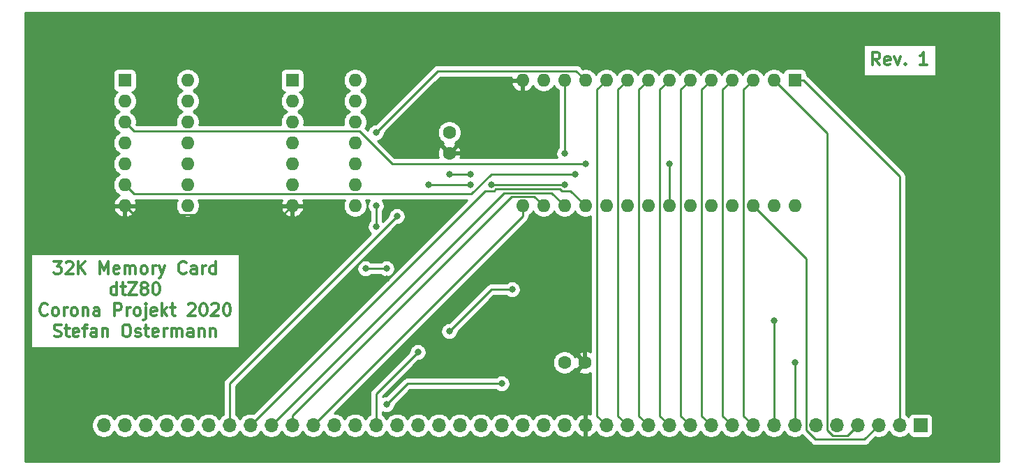
<source format=gbr>
G04 #@! TF.GenerationSoftware,KiCad,Pcbnew,5.1.8-db9833491~88~ubuntu20.04.1*
G04 #@! TF.CreationDate,2020-12-16T12:57:10+01:00*
G04 #@! TF.ProjectId,dtZ80-memory,64745a38-302d-46d6-956d-6f72792e6b69,rev?*
G04 #@! TF.SameCoordinates,Original*
G04 #@! TF.FileFunction,Copper,L2,Bot*
G04 #@! TF.FilePolarity,Positive*
%FSLAX46Y46*%
G04 Gerber Fmt 4.6, Leading zero omitted, Abs format (unit mm)*
G04 Created by KiCad (PCBNEW 5.1.8-db9833491~88~ubuntu20.04.1) date 2020-12-16 12:57:10*
%MOMM*%
%LPD*%
G01*
G04 APERTURE LIST*
G04 #@! TA.AperFunction,NonConductor*
%ADD10C,0.300000*%
G04 #@! TD*
G04 #@! TA.AperFunction,ComponentPad*
%ADD11O,1.600000X1.600000*%
G04 #@! TD*
G04 #@! TA.AperFunction,ComponentPad*
%ADD12R,1.600000X1.600000*%
G04 #@! TD*
G04 #@! TA.AperFunction,ComponentPad*
%ADD13O,1.700000X1.700000*%
G04 #@! TD*
G04 #@! TA.AperFunction,ComponentPad*
%ADD14R,1.700000X1.700000*%
G04 #@! TD*
G04 #@! TA.AperFunction,ComponentPad*
%ADD15C,1.600000*%
G04 #@! TD*
G04 #@! TA.AperFunction,ViaPad*
%ADD16C,0.800000*%
G04 #@! TD*
G04 #@! TA.AperFunction,Conductor*
%ADD17C,0.250000*%
G04 #@! TD*
G04 #@! TA.AperFunction,Conductor*
%ADD18C,0.500000*%
G04 #@! TD*
G04 #@! TA.AperFunction,Conductor*
%ADD19C,0.254000*%
G04 #@! TD*
G04 #@! TA.AperFunction,Conductor*
%ADD20C,0.100000*%
G04 #@! TD*
G04 APERTURE END LIST*
D10*
X179217142Y-102278571D02*
X178717142Y-101564285D01*
X178360000Y-102278571D02*
X178360000Y-100778571D01*
X178931428Y-100778571D01*
X179074285Y-100850000D01*
X179145714Y-100921428D01*
X179217142Y-101064285D01*
X179217142Y-101278571D01*
X179145714Y-101421428D01*
X179074285Y-101492857D01*
X178931428Y-101564285D01*
X178360000Y-101564285D01*
X180431428Y-102207142D02*
X180288571Y-102278571D01*
X180002857Y-102278571D01*
X179860000Y-102207142D01*
X179788571Y-102064285D01*
X179788571Y-101492857D01*
X179860000Y-101350000D01*
X180002857Y-101278571D01*
X180288571Y-101278571D01*
X180431428Y-101350000D01*
X180502857Y-101492857D01*
X180502857Y-101635714D01*
X179788571Y-101778571D01*
X181002857Y-101278571D02*
X181360000Y-102278571D01*
X181717142Y-101278571D01*
X182288571Y-102135714D02*
X182360000Y-102207142D01*
X182288571Y-102278571D01*
X182217142Y-102207142D01*
X182288571Y-102135714D01*
X182288571Y-102278571D01*
X184931428Y-102278571D02*
X184074285Y-102278571D01*
X184502857Y-102278571D02*
X184502857Y-100778571D01*
X184360000Y-100992857D01*
X184217142Y-101135714D01*
X184074285Y-101207142D01*
X79007142Y-126163571D02*
X79935714Y-126163571D01*
X79435714Y-126735000D01*
X79650000Y-126735000D01*
X79792857Y-126806428D01*
X79864285Y-126877857D01*
X79935714Y-127020714D01*
X79935714Y-127377857D01*
X79864285Y-127520714D01*
X79792857Y-127592142D01*
X79650000Y-127663571D01*
X79221428Y-127663571D01*
X79078571Y-127592142D01*
X79007142Y-127520714D01*
X80507142Y-126306428D02*
X80578571Y-126235000D01*
X80721428Y-126163571D01*
X81078571Y-126163571D01*
X81221428Y-126235000D01*
X81292857Y-126306428D01*
X81364285Y-126449285D01*
X81364285Y-126592142D01*
X81292857Y-126806428D01*
X80435714Y-127663571D01*
X81364285Y-127663571D01*
X82007142Y-127663571D02*
X82007142Y-126163571D01*
X82864285Y-127663571D02*
X82221428Y-126806428D01*
X82864285Y-126163571D02*
X82007142Y-127020714D01*
X84650000Y-127663571D02*
X84650000Y-126163571D01*
X85150000Y-127235000D01*
X85650000Y-126163571D01*
X85650000Y-127663571D01*
X86935714Y-127592142D02*
X86792857Y-127663571D01*
X86507142Y-127663571D01*
X86364285Y-127592142D01*
X86292857Y-127449285D01*
X86292857Y-126877857D01*
X86364285Y-126735000D01*
X86507142Y-126663571D01*
X86792857Y-126663571D01*
X86935714Y-126735000D01*
X87007142Y-126877857D01*
X87007142Y-127020714D01*
X86292857Y-127163571D01*
X87650000Y-127663571D02*
X87650000Y-126663571D01*
X87650000Y-126806428D02*
X87721428Y-126735000D01*
X87864285Y-126663571D01*
X88078571Y-126663571D01*
X88221428Y-126735000D01*
X88292857Y-126877857D01*
X88292857Y-127663571D01*
X88292857Y-126877857D02*
X88364285Y-126735000D01*
X88507142Y-126663571D01*
X88721428Y-126663571D01*
X88864285Y-126735000D01*
X88935714Y-126877857D01*
X88935714Y-127663571D01*
X89864285Y-127663571D02*
X89721428Y-127592142D01*
X89650000Y-127520714D01*
X89578571Y-127377857D01*
X89578571Y-126949285D01*
X89650000Y-126806428D01*
X89721428Y-126735000D01*
X89864285Y-126663571D01*
X90078571Y-126663571D01*
X90221428Y-126735000D01*
X90292857Y-126806428D01*
X90364285Y-126949285D01*
X90364285Y-127377857D01*
X90292857Y-127520714D01*
X90221428Y-127592142D01*
X90078571Y-127663571D01*
X89864285Y-127663571D01*
X91007142Y-127663571D02*
X91007142Y-126663571D01*
X91007142Y-126949285D02*
X91078571Y-126806428D01*
X91150000Y-126735000D01*
X91292857Y-126663571D01*
X91435714Y-126663571D01*
X91792857Y-126663571D02*
X92150000Y-127663571D01*
X92507142Y-126663571D02*
X92150000Y-127663571D01*
X92007142Y-128020714D01*
X91935714Y-128092142D01*
X91792857Y-128163571D01*
X95078571Y-127520714D02*
X95007142Y-127592142D01*
X94792857Y-127663571D01*
X94650000Y-127663571D01*
X94435714Y-127592142D01*
X94292857Y-127449285D01*
X94221428Y-127306428D01*
X94150000Y-127020714D01*
X94150000Y-126806428D01*
X94221428Y-126520714D01*
X94292857Y-126377857D01*
X94435714Y-126235000D01*
X94650000Y-126163571D01*
X94792857Y-126163571D01*
X95007142Y-126235000D01*
X95078571Y-126306428D01*
X96364285Y-127663571D02*
X96364285Y-126877857D01*
X96292857Y-126735000D01*
X96150000Y-126663571D01*
X95864285Y-126663571D01*
X95721428Y-126735000D01*
X96364285Y-127592142D02*
X96221428Y-127663571D01*
X95864285Y-127663571D01*
X95721428Y-127592142D01*
X95650000Y-127449285D01*
X95650000Y-127306428D01*
X95721428Y-127163571D01*
X95864285Y-127092142D01*
X96221428Y-127092142D01*
X96364285Y-127020714D01*
X97078571Y-127663571D02*
X97078571Y-126663571D01*
X97078571Y-126949285D02*
X97150000Y-126806428D01*
X97221428Y-126735000D01*
X97364285Y-126663571D01*
X97507142Y-126663571D01*
X98650000Y-127663571D02*
X98650000Y-126163571D01*
X98650000Y-127592142D02*
X98507142Y-127663571D01*
X98221428Y-127663571D01*
X98078571Y-127592142D01*
X98007142Y-127520714D01*
X97935714Y-127377857D01*
X97935714Y-126949285D01*
X98007142Y-126806428D01*
X98078571Y-126735000D01*
X98221428Y-126663571D01*
X98507142Y-126663571D01*
X98650000Y-126735000D01*
X86650000Y-130213571D02*
X86650000Y-128713571D01*
X86650000Y-130142142D02*
X86507142Y-130213571D01*
X86221428Y-130213571D01*
X86078571Y-130142142D01*
X86007142Y-130070714D01*
X85935714Y-129927857D01*
X85935714Y-129499285D01*
X86007142Y-129356428D01*
X86078571Y-129285000D01*
X86221428Y-129213571D01*
X86507142Y-129213571D01*
X86650000Y-129285000D01*
X87150000Y-129213571D02*
X87721428Y-129213571D01*
X87364285Y-128713571D02*
X87364285Y-129999285D01*
X87435714Y-130142142D01*
X87578571Y-130213571D01*
X87721428Y-130213571D01*
X88078571Y-128713571D02*
X89078571Y-128713571D01*
X88078571Y-130213571D01*
X89078571Y-130213571D01*
X89864285Y-129356428D02*
X89721428Y-129285000D01*
X89650000Y-129213571D01*
X89578571Y-129070714D01*
X89578571Y-128999285D01*
X89650000Y-128856428D01*
X89721428Y-128785000D01*
X89864285Y-128713571D01*
X90150000Y-128713571D01*
X90292857Y-128785000D01*
X90364285Y-128856428D01*
X90435714Y-128999285D01*
X90435714Y-129070714D01*
X90364285Y-129213571D01*
X90292857Y-129285000D01*
X90150000Y-129356428D01*
X89864285Y-129356428D01*
X89721428Y-129427857D01*
X89650000Y-129499285D01*
X89578571Y-129642142D01*
X89578571Y-129927857D01*
X89650000Y-130070714D01*
X89721428Y-130142142D01*
X89864285Y-130213571D01*
X90150000Y-130213571D01*
X90292857Y-130142142D01*
X90364285Y-130070714D01*
X90435714Y-129927857D01*
X90435714Y-129642142D01*
X90364285Y-129499285D01*
X90292857Y-129427857D01*
X90150000Y-129356428D01*
X91364285Y-128713571D02*
X91507142Y-128713571D01*
X91650000Y-128785000D01*
X91721428Y-128856428D01*
X91792857Y-128999285D01*
X91864285Y-129285000D01*
X91864285Y-129642142D01*
X91792857Y-129927857D01*
X91721428Y-130070714D01*
X91650000Y-130142142D01*
X91507142Y-130213571D01*
X91364285Y-130213571D01*
X91221428Y-130142142D01*
X91150000Y-130070714D01*
X91078571Y-129927857D01*
X91007142Y-129642142D01*
X91007142Y-129285000D01*
X91078571Y-128999285D01*
X91150000Y-128856428D01*
X91221428Y-128785000D01*
X91364285Y-128713571D01*
X78257142Y-132620714D02*
X78185714Y-132692142D01*
X77971428Y-132763571D01*
X77828571Y-132763571D01*
X77614285Y-132692142D01*
X77471428Y-132549285D01*
X77399999Y-132406428D01*
X77328571Y-132120714D01*
X77328571Y-131906428D01*
X77399999Y-131620714D01*
X77471428Y-131477857D01*
X77614285Y-131335000D01*
X77828571Y-131263571D01*
X77971428Y-131263571D01*
X78185714Y-131335000D01*
X78257142Y-131406428D01*
X79114285Y-132763571D02*
X78971428Y-132692142D01*
X78899999Y-132620714D01*
X78828571Y-132477857D01*
X78828571Y-132049285D01*
X78899999Y-131906428D01*
X78971428Y-131835000D01*
X79114285Y-131763571D01*
X79328571Y-131763571D01*
X79471428Y-131835000D01*
X79542857Y-131906428D01*
X79614285Y-132049285D01*
X79614285Y-132477857D01*
X79542857Y-132620714D01*
X79471428Y-132692142D01*
X79328571Y-132763571D01*
X79114285Y-132763571D01*
X80257142Y-132763571D02*
X80257142Y-131763571D01*
X80257142Y-132049285D02*
X80328571Y-131906428D01*
X80399999Y-131835000D01*
X80542857Y-131763571D01*
X80685714Y-131763571D01*
X81399999Y-132763571D02*
X81257142Y-132692142D01*
X81185714Y-132620714D01*
X81114285Y-132477857D01*
X81114285Y-132049285D01*
X81185714Y-131906428D01*
X81257142Y-131835000D01*
X81399999Y-131763571D01*
X81614285Y-131763571D01*
X81757142Y-131835000D01*
X81828571Y-131906428D01*
X81899999Y-132049285D01*
X81899999Y-132477857D01*
X81828571Y-132620714D01*
X81757142Y-132692142D01*
X81614285Y-132763571D01*
X81399999Y-132763571D01*
X82542857Y-131763571D02*
X82542857Y-132763571D01*
X82542857Y-131906428D02*
X82614285Y-131835000D01*
X82757142Y-131763571D01*
X82971428Y-131763571D01*
X83114285Y-131835000D01*
X83185714Y-131977857D01*
X83185714Y-132763571D01*
X84542857Y-132763571D02*
X84542857Y-131977857D01*
X84471428Y-131835000D01*
X84328571Y-131763571D01*
X84042857Y-131763571D01*
X83899999Y-131835000D01*
X84542857Y-132692142D02*
X84399999Y-132763571D01*
X84042857Y-132763571D01*
X83899999Y-132692142D01*
X83828571Y-132549285D01*
X83828571Y-132406428D01*
X83899999Y-132263571D01*
X84042857Y-132192142D01*
X84399999Y-132192142D01*
X84542857Y-132120714D01*
X86399999Y-132763571D02*
X86399999Y-131263571D01*
X86971428Y-131263571D01*
X87114285Y-131335000D01*
X87185714Y-131406428D01*
X87257142Y-131549285D01*
X87257142Y-131763571D01*
X87185714Y-131906428D01*
X87114285Y-131977857D01*
X86971428Y-132049285D01*
X86399999Y-132049285D01*
X87899999Y-132763571D02*
X87899999Y-131763571D01*
X87899999Y-132049285D02*
X87971428Y-131906428D01*
X88042857Y-131835000D01*
X88185714Y-131763571D01*
X88328571Y-131763571D01*
X89042857Y-132763571D02*
X88900000Y-132692142D01*
X88828571Y-132620714D01*
X88757142Y-132477857D01*
X88757142Y-132049285D01*
X88828571Y-131906428D01*
X88900000Y-131835000D01*
X89042857Y-131763571D01*
X89257142Y-131763571D01*
X89400000Y-131835000D01*
X89471428Y-131906428D01*
X89542857Y-132049285D01*
X89542857Y-132477857D01*
X89471428Y-132620714D01*
X89400000Y-132692142D01*
X89257142Y-132763571D01*
X89042857Y-132763571D01*
X90185714Y-131763571D02*
X90185714Y-133049285D01*
X90114285Y-133192142D01*
X89971428Y-133263571D01*
X89899999Y-133263571D01*
X90185714Y-131263571D02*
X90114285Y-131335000D01*
X90185714Y-131406428D01*
X90257142Y-131335000D01*
X90185714Y-131263571D01*
X90185714Y-131406428D01*
X91471428Y-132692142D02*
X91328571Y-132763571D01*
X91042857Y-132763571D01*
X90899999Y-132692142D01*
X90828571Y-132549285D01*
X90828571Y-131977857D01*
X90899999Y-131835000D01*
X91042857Y-131763571D01*
X91328571Y-131763571D01*
X91471428Y-131835000D01*
X91542857Y-131977857D01*
X91542857Y-132120714D01*
X90828571Y-132263571D01*
X92185714Y-132763571D02*
X92185714Y-131263571D01*
X92328571Y-132192142D02*
X92757142Y-132763571D01*
X92757142Y-131763571D02*
X92185714Y-132335000D01*
X93185714Y-131763571D02*
X93757142Y-131763571D01*
X93399999Y-131263571D02*
X93399999Y-132549285D01*
X93471428Y-132692142D01*
X93614285Y-132763571D01*
X93757142Y-132763571D01*
X95328571Y-131406428D02*
X95400000Y-131335000D01*
X95542857Y-131263571D01*
X95900000Y-131263571D01*
X96042857Y-131335000D01*
X96114285Y-131406428D01*
X96185714Y-131549285D01*
X96185714Y-131692142D01*
X96114285Y-131906428D01*
X95257142Y-132763571D01*
X96185714Y-132763571D01*
X97114285Y-131263571D02*
X97257142Y-131263571D01*
X97400000Y-131335000D01*
X97471428Y-131406428D01*
X97542857Y-131549285D01*
X97614285Y-131835000D01*
X97614285Y-132192142D01*
X97542857Y-132477857D01*
X97471428Y-132620714D01*
X97400000Y-132692142D01*
X97257142Y-132763571D01*
X97114285Y-132763571D01*
X96971428Y-132692142D01*
X96900000Y-132620714D01*
X96828571Y-132477857D01*
X96757142Y-132192142D01*
X96757142Y-131835000D01*
X96828571Y-131549285D01*
X96900000Y-131406428D01*
X96971428Y-131335000D01*
X97114285Y-131263571D01*
X98185714Y-131406428D02*
X98257142Y-131335000D01*
X98400000Y-131263571D01*
X98757142Y-131263571D01*
X98900000Y-131335000D01*
X98971428Y-131406428D01*
X99042857Y-131549285D01*
X99042857Y-131692142D01*
X98971428Y-131906428D01*
X98114285Y-132763571D01*
X99042857Y-132763571D01*
X99971428Y-131263571D02*
X100114285Y-131263571D01*
X100257142Y-131335000D01*
X100328571Y-131406428D01*
X100400000Y-131549285D01*
X100471428Y-131835000D01*
X100471428Y-132192142D01*
X100400000Y-132477857D01*
X100328571Y-132620714D01*
X100257142Y-132692142D01*
X100114285Y-132763571D01*
X99971428Y-132763571D01*
X99828571Y-132692142D01*
X99757142Y-132620714D01*
X99685714Y-132477857D01*
X99614285Y-132192142D01*
X99614285Y-131835000D01*
X99685714Y-131549285D01*
X99757142Y-131406428D01*
X99828571Y-131335000D01*
X99971428Y-131263571D01*
X79078571Y-135242142D02*
X79292857Y-135313571D01*
X79650000Y-135313571D01*
X79792857Y-135242142D01*
X79864285Y-135170714D01*
X79935714Y-135027857D01*
X79935714Y-134885000D01*
X79864285Y-134742142D01*
X79792857Y-134670714D01*
X79650000Y-134599285D01*
X79364285Y-134527857D01*
X79221428Y-134456428D01*
X79150000Y-134385000D01*
X79078571Y-134242142D01*
X79078571Y-134099285D01*
X79150000Y-133956428D01*
X79221428Y-133885000D01*
X79364285Y-133813571D01*
X79721428Y-133813571D01*
X79935714Y-133885000D01*
X80364285Y-134313571D02*
X80935714Y-134313571D01*
X80578571Y-133813571D02*
X80578571Y-135099285D01*
X80650000Y-135242142D01*
X80792857Y-135313571D01*
X80935714Y-135313571D01*
X82007142Y-135242142D02*
X81864285Y-135313571D01*
X81578571Y-135313571D01*
X81435714Y-135242142D01*
X81364285Y-135099285D01*
X81364285Y-134527857D01*
X81435714Y-134385000D01*
X81578571Y-134313571D01*
X81864285Y-134313571D01*
X82007142Y-134385000D01*
X82078571Y-134527857D01*
X82078571Y-134670714D01*
X81364285Y-134813571D01*
X82507142Y-134313571D02*
X83078571Y-134313571D01*
X82721428Y-135313571D02*
X82721428Y-134027857D01*
X82792857Y-133885000D01*
X82935714Y-133813571D01*
X83078571Y-133813571D01*
X84221428Y-135313571D02*
X84221428Y-134527857D01*
X84150000Y-134385000D01*
X84007142Y-134313571D01*
X83721428Y-134313571D01*
X83578571Y-134385000D01*
X84221428Y-135242142D02*
X84078571Y-135313571D01*
X83721428Y-135313571D01*
X83578571Y-135242142D01*
X83507142Y-135099285D01*
X83507142Y-134956428D01*
X83578571Y-134813571D01*
X83721428Y-134742142D01*
X84078571Y-134742142D01*
X84221428Y-134670714D01*
X84935714Y-134313571D02*
X84935714Y-135313571D01*
X84935714Y-134456428D02*
X85007142Y-134385000D01*
X85150000Y-134313571D01*
X85364285Y-134313571D01*
X85507142Y-134385000D01*
X85578571Y-134527857D01*
X85578571Y-135313571D01*
X87721428Y-133813571D02*
X88007142Y-133813571D01*
X88150000Y-133885000D01*
X88292857Y-134027857D01*
X88364285Y-134313571D01*
X88364285Y-134813571D01*
X88292857Y-135099285D01*
X88150000Y-135242142D01*
X88007142Y-135313571D01*
X87721428Y-135313571D01*
X87578571Y-135242142D01*
X87435714Y-135099285D01*
X87364285Y-134813571D01*
X87364285Y-134313571D01*
X87435714Y-134027857D01*
X87578571Y-133885000D01*
X87721428Y-133813571D01*
X88935714Y-135242142D02*
X89078571Y-135313571D01*
X89364285Y-135313571D01*
X89507142Y-135242142D01*
X89578571Y-135099285D01*
X89578571Y-135027857D01*
X89507142Y-134885000D01*
X89364285Y-134813571D01*
X89150000Y-134813571D01*
X89007142Y-134742142D01*
X88935714Y-134599285D01*
X88935714Y-134527857D01*
X89007142Y-134385000D01*
X89150000Y-134313571D01*
X89364285Y-134313571D01*
X89507142Y-134385000D01*
X90007142Y-134313571D02*
X90578571Y-134313571D01*
X90221428Y-133813571D02*
X90221428Y-135099285D01*
X90292857Y-135242142D01*
X90435714Y-135313571D01*
X90578571Y-135313571D01*
X91650000Y-135242142D02*
X91507142Y-135313571D01*
X91221428Y-135313571D01*
X91078571Y-135242142D01*
X91007142Y-135099285D01*
X91007142Y-134527857D01*
X91078571Y-134385000D01*
X91221428Y-134313571D01*
X91507142Y-134313571D01*
X91650000Y-134385000D01*
X91721428Y-134527857D01*
X91721428Y-134670714D01*
X91007142Y-134813571D01*
X92364285Y-135313571D02*
X92364285Y-134313571D01*
X92364285Y-134599285D02*
X92435714Y-134456428D01*
X92507142Y-134385000D01*
X92650000Y-134313571D01*
X92792857Y-134313571D01*
X93292857Y-135313571D02*
X93292857Y-134313571D01*
X93292857Y-134456428D02*
X93364285Y-134385000D01*
X93507142Y-134313571D01*
X93721428Y-134313571D01*
X93864285Y-134385000D01*
X93935714Y-134527857D01*
X93935714Y-135313571D01*
X93935714Y-134527857D02*
X94007142Y-134385000D01*
X94150000Y-134313571D01*
X94364285Y-134313571D01*
X94507142Y-134385000D01*
X94578571Y-134527857D01*
X94578571Y-135313571D01*
X95935714Y-135313571D02*
X95935714Y-134527857D01*
X95864285Y-134385000D01*
X95721428Y-134313571D01*
X95435714Y-134313571D01*
X95292857Y-134385000D01*
X95935714Y-135242142D02*
X95792857Y-135313571D01*
X95435714Y-135313571D01*
X95292857Y-135242142D01*
X95221428Y-135099285D01*
X95221428Y-134956428D01*
X95292857Y-134813571D01*
X95435714Y-134742142D01*
X95792857Y-134742142D01*
X95935714Y-134670714D01*
X96650000Y-134313571D02*
X96650000Y-135313571D01*
X96650000Y-134456428D02*
X96721428Y-134385000D01*
X96864285Y-134313571D01*
X97078571Y-134313571D01*
X97221428Y-134385000D01*
X97292857Y-134527857D01*
X97292857Y-135313571D01*
X98007142Y-134313571D02*
X98007142Y-135313571D01*
X98007142Y-134456428D02*
X98078571Y-134385000D01*
X98221428Y-134313571D01*
X98435714Y-134313571D01*
X98578571Y-134385000D01*
X98650000Y-134527857D01*
X98650000Y-135313571D01*
D11*
X95250000Y-104140000D03*
X87630000Y-119380000D03*
X95250000Y-106680000D03*
X87630000Y-116840000D03*
X95250000Y-109220000D03*
X87630000Y-114300000D03*
X95250000Y-111760000D03*
X87630000Y-111760000D03*
X95250000Y-114300000D03*
X87630000Y-109220000D03*
X95250000Y-116840000D03*
X87630000Y-106680000D03*
X95250000Y-119380000D03*
D12*
X87630000Y-104140000D03*
D11*
X168910000Y-119380000D03*
X135890000Y-104140000D03*
X166370000Y-119380000D03*
X138430000Y-104140000D03*
X163830000Y-119380000D03*
X140970000Y-104140000D03*
X161290000Y-119380000D03*
X143510000Y-104140000D03*
X158750000Y-119380000D03*
X146050000Y-104140000D03*
X156210000Y-119380000D03*
X148590000Y-104140000D03*
X153670000Y-119380000D03*
X151130000Y-104140000D03*
X151130000Y-119380000D03*
X153670000Y-104140000D03*
X148590000Y-119380000D03*
X156210000Y-104140000D03*
X146050000Y-119380000D03*
X158750000Y-104140000D03*
X143510000Y-119380000D03*
X161290000Y-104140000D03*
X140970000Y-119380000D03*
X163830000Y-104140000D03*
X138430000Y-119380000D03*
X166370000Y-104140000D03*
X135890000Y-119380000D03*
D12*
X168910000Y-104140000D03*
D11*
X115570000Y-104140000D03*
X107950000Y-119380000D03*
X115570000Y-106680000D03*
X107950000Y-116840000D03*
X115570000Y-109220000D03*
X107950000Y-114300000D03*
X115570000Y-111760000D03*
X107950000Y-111760000D03*
X115570000Y-114300000D03*
X107950000Y-109220000D03*
X115570000Y-116840000D03*
X107950000Y-106680000D03*
X115570000Y-119380000D03*
D12*
X107950000Y-104140000D03*
D13*
X85090000Y-146050000D03*
X87630000Y-146050000D03*
X90170000Y-146050000D03*
X92710000Y-146050000D03*
X95250000Y-146050000D03*
X97790000Y-146050000D03*
X100330000Y-146050000D03*
X102870000Y-146050000D03*
X105410000Y-146050000D03*
X107950000Y-146050000D03*
X110490000Y-146050000D03*
X113030000Y-146050000D03*
X115570000Y-146050000D03*
X118110000Y-146050000D03*
X120650000Y-146050000D03*
X123190000Y-146050000D03*
X125730000Y-146050000D03*
X128270000Y-146050000D03*
X130810000Y-146050000D03*
X133350000Y-146050000D03*
X135890000Y-146050000D03*
X138430000Y-146050000D03*
X140970000Y-146050000D03*
X143510000Y-146050000D03*
X146050000Y-146050000D03*
X148590000Y-146050000D03*
X151130000Y-146050000D03*
X153670000Y-146050000D03*
X156210000Y-146050000D03*
X158750000Y-146050000D03*
X161290000Y-146050000D03*
X163830000Y-146050000D03*
X166370000Y-146050000D03*
X168910000Y-146050000D03*
X171450000Y-146050000D03*
X173990000Y-146050000D03*
X176530000Y-146050000D03*
X179070000Y-146050000D03*
X181610000Y-146050000D03*
D14*
X184150000Y-146050000D03*
D15*
X127000000Y-112990000D03*
X127000000Y-110490000D03*
X143470000Y-138430000D03*
X140970000Y-138430000D03*
D16*
X115570000Y-129540000D03*
X119380000Y-128270000D03*
X134620000Y-124460000D03*
X135890000Y-113030000D03*
X129540000Y-116840000D03*
X124460000Y-116840000D03*
X120650000Y-120650000D03*
X140970000Y-113030000D03*
X140970000Y-116840000D03*
X132080000Y-116840000D03*
X129540000Y-115570000D03*
X127000000Y-115570000D03*
X133350000Y-140970000D03*
X119380000Y-143510000D03*
X118110000Y-110490000D03*
X118110000Y-119380000D03*
X118110000Y-121920000D03*
X123190000Y-137160000D03*
X166370000Y-133350000D03*
X168910000Y-138430000D03*
X116840000Y-127000000D03*
X119380000Y-127000000D03*
X134620000Y-129540000D03*
X127000000Y-134620000D03*
X142240000Y-115570000D03*
X143510000Y-114300000D03*
X153670000Y-114300000D03*
D17*
X88755001Y-120505001D02*
X106824999Y-120505001D01*
X106824999Y-120505001D02*
X107950000Y-119380000D01*
X87630000Y-119380000D02*
X88755001Y-120505001D01*
X116840000Y-128270000D02*
X119380000Y-128270000D01*
X115570000Y-129540000D02*
X116840000Y-128270000D01*
D18*
X143470000Y-133310000D02*
X134620000Y-124460000D01*
X143470000Y-138430000D02*
X143470000Y-133310000D01*
X127040000Y-113030000D02*
X127000000Y-112990000D01*
X135890000Y-113030000D02*
X127040000Y-113030000D01*
D17*
X129540000Y-116840000D02*
X124460000Y-116840000D01*
X100330000Y-140970000D02*
X100330000Y-146050000D01*
X120650000Y-120650000D02*
X100330000Y-140970000D01*
X143510000Y-119380000D02*
X141695001Y-117565001D01*
X141695001Y-117565001D02*
X140621999Y-117565001D01*
X131354998Y-117565002D02*
X102870000Y-146050000D01*
X140621999Y-117565001D02*
X140411975Y-117354977D01*
X140411975Y-117354977D02*
X132638027Y-117354977D01*
X132638027Y-117354977D02*
X132428002Y-117565002D01*
X132428002Y-117565002D02*
X131354998Y-117565002D01*
X133655012Y-117804988D02*
X105410000Y-146050000D01*
X139394988Y-117804988D02*
X133655012Y-117804988D01*
X140970000Y-119380000D02*
X139394988Y-117804988D01*
X107950000Y-144847919D02*
X107950000Y-146050000D01*
X134542920Y-118254999D02*
X107950000Y-144847919D01*
X137304999Y-118254999D02*
X134542920Y-118254999D01*
X138430000Y-119380000D02*
X137304999Y-118254999D01*
X135890000Y-120650000D02*
X110490000Y-146050000D01*
X135890000Y-119380000D02*
X135890000Y-120650000D01*
X140970000Y-104140000D02*
X140970000Y-113030000D01*
X140970000Y-116840000D02*
X132080000Y-116840000D01*
X129540000Y-115570000D02*
X127000000Y-115570000D01*
X121920000Y-140970000D02*
X119380000Y-143510000D01*
X133350000Y-140970000D02*
X121920000Y-140970000D01*
X125585001Y-103014999D02*
X118110000Y-110490000D01*
X142384999Y-103014999D02*
X125585001Y-103014999D01*
X143510000Y-104140000D02*
X142384999Y-103014999D01*
X118110000Y-119380000D02*
X118110000Y-121920000D01*
X118110000Y-142240000D02*
X118110000Y-146050000D01*
X123190000Y-137160000D02*
X118110000Y-142240000D01*
X144924999Y-105265001D02*
X144924999Y-144924999D01*
X144924999Y-144924999D02*
X146050000Y-146050000D01*
X146050000Y-104140000D02*
X144924999Y-105265001D01*
X147464999Y-144924999D02*
X148590000Y-146050000D01*
X147464999Y-105265001D02*
X147464999Y-144924999D01*
X148590000Y-104140000D02*
X147464999Y-105265001D01*
X150004999Y-144924999D02*
X151130000Y-146050000D01*
X150004999Y-105265001D02*
X150004999Y-144924999D01*
X151130000Y-104140000D02*
X150004999Y-105265001D01*
X152544999Y-105265001D02*
X152544999Y-144924999D01*
X152544999Y-144924999D02*
X153670000Y-146050000D01*
X153670000Y-104140000D02*
X152544999Y-105265001D01*
X155084999Y-144924999D02*
X156210000Y-146050000D01*
X155084999Y-105265001D02*
X155084999Y-144924999D01*
X156210000Y-104140000D02*
X155084999Y-105265001D01*
X157624999Y-144924999D02*
X158750000Y-146050000D01*
X157624999Y-105265001D02*
X157624999Y-144924999D01*
X158750000Y-104140000D02*
X157624999Y-105265001D01*
X160164999Y-144924999D02*
X161290000Y-146050000D01*
X160164999Y-105265001D02*
X160164999Y-144924999D01*
X161290000Y-104140000D02*
X160164999Y-105265001D01*
X162704999Y-144924999D02*
X163830000Y-146050000D01*
X162704999Y-105265001D02*
X162704999Y-144924999D01*
X163830000Y-104140000D02*
X162704999Y-105265001D01*
X166370000Y-133350000D02*
X166370000Y-146050000D01*
X168910000Y-138430000D02*
X168910000Y-146050000D01*
X175260000Y-147320000D02*
X176530000Y-146050000D01*
X173520998Y-147320000D02*
X175260000Y-147320000D01*
X172814999Y-110584999D02*
X172814999Y-146614001D01*
X166370000Y-104140000D02*
X172814999Y-110584999D01*
X172814999Y-146614001D02*
X173520998Y-147320000D01*
X170274999Y-146614001D02*
X171431009Y-147770011D01*
X163830000Y-119380000D02*
X170274999Y-125824999D01*
X170274999Y-125824999D02*
X170274999Y-146614001D01*
X171431009Y-147770011D02*
X177349989Y-147770011D01*
X177349989Y-147770011D02*
X179070000Y-146050000D01*
X168910000Y-104140000D02*
X169960000Y-104140000D01*
X181610000Y-115790000D02*
X181610000Y-146050000D01*
X169960000Y-104140000D02*
X181610000Y-115790000D01*
X116840000Y-127000000D02*
X119380000Y-127000000D01*
X134620000Y-129540000D02*
X132080000Y-129540000D01*
X132080000Y-129540000D02*
X127000000Y-134620000D01*
X88755001Y-117965001D02*
X129684999Y-117965001D01*
X87630000Y-116840000D02*
X88755001Y-117965001D01*
X132080000Y-115570000D02*
X142240000Y-115570000D01*
X129684999Y-117965001D02*
X132080000Y-115570000D01*
X120065000Y-114300000D02*
X143510000Y-114300000D01*
X116110001Y-110345001D02*
X120065000Y-114300000D01*
X88755001Y-110345001D02*
X116110001Y-110345001D01*
X87630000Y-109220000D02*
X88755001Y-110345001D01*
X153670000Y-114300000D02*
X153670000Y-119380000D01*
D19*
X193650000Y-150470000D02*
X75590000Y-150470000D01*
X75590000Y-145903740D01*
X83605000Y-145903740D01*
X83605000Y-146196260D01*
X83662068Y-146483158D01*
X83774010Y-146753411D01*
X83936525Y-146996632D01*
X84143368Y-147203475D01*
X84386589Y-147365990D01*
X84656842Y-147477932D01*
X84943740Y-147535000D01*
X85236260Y-147535000D01*
X85523158Y-147477932D01*
X85793411Y-147365990D01*
X86036632Y-147203475D01*
X86243475Y-146996632D01*
X86360000Y-146822240D01*
X86476525Y-146996632D01*
X86683368Y-147203475D01*
X86926589Y-147365990D01*
X87196842Y-147477932D01*
X87483740Y-147535000D01*
X87776260Y-147535000D01*
X88063158Y-147477932D01*
X88333411Y-147365990D01*
X88576632Y-147203475D01*
X88783475Y-146996632D01*
X88900000Y-146822240D01*
X89016525Y-146996632D01*
X89223368Y-147203475D01*
X89466589Y-147365990D01*
X89736842Y-147477932D01*
X90023740Y-147535000D01*
X90316260Y-147535000D01*
X90603158Y-147477932D01*
X90873411Y-147365990D01*
X91116632Y-147203475D01*
X91323475Y-146996632D01*
X91440000Y-146822240D01*
X91556525Y-146996632D01*
X91763368Y-147203475D01*
X92006589Y-147365990D01*
X92276842Y-147477932D01*
X92563740Y-147535000D01*
X92856260Y-147535000D01*
X93143158Y-147477932D01*
X93413411Y-147365990D01*
X93656632Y-147203475D01*
X93863475Y-146996632D01*
X93980000Y-146822240D01*
X94096525Y-146996632D01*
X94303368Y-147203475D01*
X94546589Y-147365990D01*
X94816842Y-147477932D01*
X95103740Y-147535000D01*
X95396260Y-147535000D01*
X95683158Y-147477932D01*
X95953411Y-147365990D01*
X96196632Y-147203475D01*
X96403475Y-146996632D01*
X96520000Y-146822240D01*
X96636525Y-146996632D01*
X96843368Y-147203475D01*
X97086589Y-147365990D01*
X97356842Y-147477932D01*
X97643740Y-147535000D01*
X97936260Y-147535000D01*
X98223158Y-147477932D01*
X98493411Y-147365990D01*
X98736632Y-147203475D01*
X98943475Y-146996632D01*
X99060000Y-146822240D01*
X99176525Y-146996632D01*
X99383368Y-147203475D01*
X99626589Y-147365990D01*
X99896842Y-147477932D01*
X100183740Y-147535000D01*
X100476260Y-147535000D01*
X100763158Y-147477932D01*
X101033411Y-147365990D01*
X101276632Y-147203475D01*
X101483475Y-146996632D01*
X101600000Y-146822240D01*
X101716525Y-146996632D01*
X101923368Y-147203475D01*
X102166589Y-147365990D01*
X102436842Y-147477932D01*
X102723740Y-147535000D01*
X103016260Y-147535000D01*
X103303158Y-147477932D01*
X103573411Y-147365990D01*
X103816632Y-147203475D01*
X104023475Y-146996632D01*
X104140000Y-146822240D01*
X104256525Y-146996632D01*
X104463368Y-147203475D01*
X104706589Y-147365990D01*
X104976842Y-147477932D01*
X105263740Y-147535000D01*
X105556260Y-147535000D01*
X105843158Y-147477932D01*
X106113411Y-147365990D01*
X106356632Y-147203475D01*
X106563475Y-146996632D01*
X106680000Y-146822240D01*
X106796525Y-146996632D01*
X107003368Y-147203475D01*
X107246589Y-147365990D01*
X107516842Y-147477932D01*
X107803740Y-147535000D01*
X108096260Y-147535000D01*
X108383158Y-147477932D01*
X108653411Y-147365990D01*
X108896632Y-147203475D01*
X109103475Y-146996632D01*
X109220000Y-146822240D01*
X109336525Y-146996632D01*
X109543368Y-147203475D01*
X109786589Y-147365990D01*
X110056842Y-147477932D01*
X110343740Y-147535000D01*
X110636260Y-147535000D01*
X110923158Y-147477932D01*
X111193411Y-147365990D01*
X111436632Y-147203475D01*
X111643475Y-146996632D01*
X111760000Y-146822240D01*
X111876525Y-146996632D01*
X112083368Y-147203475D01*
X112326589Y-147365990D01*
X112596842Y-147477932D01*
X112883740Y-147535000D01*
X113176260Y-147535000D01*
X113463158Y-147477932D01*
X113733411Y-147365990D01*
X113976632Y-147203475D01*
X114183475Y-146996632D01*
X114300000Y-146822240D01*
X114416525Y-146996632D01*
X114623368Y-147203475D01*
X114866589Y-147365990D01*
X115136842Y-147477932D01*
X115423740Y-147535000D01*
X115716260Y-147535000D01*
X116003158Y-147477932D01*
X116273411Y-147365990D01*
X116516632Y-147203475D01*
X116723475Y-146996632D01*
X116840000Y-146822240D01*
X116956525Y-146996632D01*
X117163368Y-147203475D01*
X117406589Y-147365990D01*
X117676842Y-147477932D01*
X117963740Y-147535000D01*
X118256260Y-147535000D01*
X118543158Y-147477932D01*
X118813411Y-147365990D01*
X119056632Y-147203475D01*
X119263475Y-146996632D01*
X119380000Y-146822240D01*
X119496525Y-146996632D01*
X119703368Y-147203475D01*
X119946589Y-147365990D01*
X120216842Y-147477932D01*
X120503740Y-147535000D01*
X120796260Y-147535000D01*
X121083158Y-147477932D01*
X121353411Y-147365990D01*
X121596632Y-147203475D01*
X121803475Y-146996632D01*
X121920000Y-146822240D01*
X122036525Y-146996632D01*
X122243368Y-147203475D01*
X122486589Y-147365990D01*
X122756842Y-147477932D01*
X123043740Y-147535000D01*
X123336260Y-147535000D01*
X123623158Y-147477932D01*
X123893411Y-147365990D01*
X124136632Y-147203475D01*
X124343475Y-146996632D01*
X124460000Y-146822240D01*
X124576525Y-146996632D01*
X124783368Y-147203475D01*
X125026589Y-147365990D01*
X125296842Y-147477932D01*
X125583740Y-147535000D01*
X125876260Y-147535000D01*
X126163158Y-147477932D01*
X126433411Y-147365990D01*
X126676632Y-147203475D01*
X126883475Y-146996632D01*
X127000000Y-146822240D01*
X127116525Y-146996632D01*
X127323368Y-147203475D01*
X127566589Y-147365990D01*
X127836842Y-147477932D01*
X128123740Y-147535000D01*
X128416260Y-147535000D01*
X128703158Y-147477932D01*
X128973411Y-147365990D01*
X129216632Y-147203475D01*
X129423475Y-146996632D01*
X129540000Y-146822240D01*
X129656525Y-146996632D01*
X129863368Y-147203475D01*
X130106589Y-147365990D01*
X130376842Y-147477932D01*
X130663740Y-147535000D01*
X130956260Y-147535000D01*
X131243158Y-147477932D01*
X131513411Y-147365990D01*
X131756632Y-147203475D01*
X131963475Y-146996632D01*
X132080000Y-146822240D01*
X132196525Y-146996632D01*
X132403368Y-147203475D01*
X132646589Y-147365990D01*
X132916842Y-147477932D01*
X133203740Y-147535000D01*
X133496260Y-147535000D01*
X133783158Y-147477932D01*
X134053411Y-147365990D01*
X134296632Y-147203475D01*
X134503475Y-146996632D01*
X134620000Y-146822240D01*
X134736525Y-146996632D01*
X134943368Y-147203475D01*
X135186589Y-147365990D01*
X135456842Y-147477932D01*
X135743740Y-147535000D01*
X136036260Y-147535000D01*
X136323158Y-147477932D01*
X136593411Y-147365990D01*
X136836632Y-147203475D01*
X137043475Y-146996632D01*
X137160000Y-146822240D01*
X137276525Y-146996632D01*
X137483368Y-147203475D01*
X137726589Y-147365990D01*
X137996842Y-147477932D01*
X138283740Y-147535000D01*
X138576260Y-147535000D01*
X138863158Y-147477932D01*
X139133411Y-147365990D01*
X139376632Y-147203475D01*
X139583475Y-146996632D01*
X139700000Y-146822240D01*
X139816525Y-146996632D01*
X140023368Y-147203475D01*
X140266589Y-147365990D01*
X140536842Y-147477932D01*
X140823740Y-147535000D01*
X141116260Y-147535000D01*
X141403158Y-147477932D01*
X141673411Y-147365990D01*
X141916632Y-147203475D01*
X142123475Y-146996632D01*
X142245195Y-146814466D01*
X142314822Y-146931355D01*
X142509731Y-147147588D01*
X142743080Y-147321641D01*
X143005901Y-147446825D01*
X143153110Y-147491476D01*
X143383000Y-147370155D01*
X143383000Y-146177000D01*
X143363000Y-146177000D01*
X143363000Y-145923000D01*
X143383000Y-145923000D01*
X143383000Y-144729845D01*
X143153110Y-144608524D01*
X143005901Y-144653175D01*
X142743080Y-144778359D01*
X142509731Y-144952412D01*
X142314822Y-145168645D01*
X142245195Y-145285534D01*
X142123475Y-145103368D01*
X141916632Y-144896525D01*
X141673411Y-144734010D01*
X141403158Y-144622068D01*
X141116260Y-144565000D01*
X140823740Y-144565000D01*
X140536842Y-144622068D01*
X140266589Y-144734010D01*
X140023368Y-144896525D01*
X139816525Y-145103368D01*
X139700000Y-145277760D01*
X139583475Y-145103368D01*
X139376632Y-144896525D01*
X139133411Y-144734010D01*
X138863158Y-144622068D01*
X138576260Y-144565000D01*
X138283740Y-144565000D01*
X137996842Y-144622068D01*
X137726589Y-144734010D01*
X137483368Y-144896525D01*
X137276525Y-145103368D01*
X137160000Y-145277760D01*
X137043475Y-145103368D01*
X136836632Y-144896525D01*
X136593411Y-144734010D01*
X136323158Y-144622068D01*
X136036260Y-144565000D01*
X135743740Y-144565000D01*
X135456842Y-144622068D01*
X135186589Y-144734010D01*
X134943368Y-144896525D01*
X134736525Y-145103368D01*
X134620000Y-145277760D01*
X134503475Y-145103368D01*
X134296632Y-144896525D01*
X134053411Y-144734010D01*
X133783158Y-144622068D01*
X133496260Y-144565000D01*
X133203740Y-144565000D01*
X132916842Y-144622068D01*
X132646589Y-144734010D01*
X132403368Y-144896525D01*
X132196525Y-145103368D01*
X132080000Y-145277760D01*
X131963475Y-145103368D01*
X131756632Y-144896525D01*
X131513411Y-144734010D01*
X131243158Y-144622068D01*
X130956260Y-144565000D01*
X130663740Y-144565000D01*
X130376842Y-144622068D01*
X130106589Y-144734010D01*
X129863368Y-144896525D01*
X129656525Y-145103368D01*
X129540000Y-145277760D01*
X129423475Y-145103368D01*
X129216632Y-144896525D01*
X128973411Y-144734010D01*
X128703158Y-144622068D01*
X128416260Y-144565000D01*
X128123740Y-144565000D01*
X127836842Y-144622068D01*
X127566589Y-144734010D01*
X127323368Y-144896525D01*
X127116525Y-145103368D01*
X127000000Y-145277760D01*
X126883475Y-145103368D01*
X126676632Y-144896525D01*
X126433411Y-144734010D01*
X126163158Y-144622068D01*
X125876260Y-144565000D01*
X125583740Y-144565000D01*
X125296842Y-144622068D01*
X125026589Y-144734010D01*
X124783368Y-144896525D01*
X124576525Y-145103368D01*
X124460000Y-145277760D01*
X124343475Y-145103368D01*
X124136632Y-144896525D01*
X123893411Y-144734010D01*
X123623158Y-144622068D01*
X123336260Y-144565000D01*
X123043740Y-144565000D01*
X122756842Y-144622068D01*
X122486589Y-144734010D01*
X122243368Y-144896525D01*
X122036525Y-145103368D01*
X121920000Y-145277760D01*
X121803475Y-145103368D01*
X121596632Y-144896525D01*
X121353411Y-144734010D01*
X121083158Y-144622068D01*
X120796260Y-144565000D01*
X120503740Y-144565000D01*
X120216842Y-144622068D01*
X119946589Y-144734010D01*
X119703368Y-144896525D01*
X119496525Y-145103368D01*
X119380000Y-145277760D01*
X119263475Y-145103368D01*
X119056632Y-144896525D01*
X118870000Y-144771822D01*
X118870000Y-144414013D01*
X118889744Y-144427205D01*
X119078102Y-144505226D01*
X119278061Y-144545000D01*
X119481939Y-144545000D01*
X119681898Y-144505226D01*
X119870256Y-144427205D01*
X120039774Y-144313937D01*
X120183937Y-144169774D01*
X120297205Y-144000256D01*
X120375226Y-143811898D01*
X120415000Y-143611939D01*
X120415000Y-143549801D01*
X122234803Y-141730000D01*
X132646289Y-141730000D01*
X132690226Y-141773937D01*
X132859744Y-141887205D01*
X133048102Y-141965226D01*
X133248061Y-142005000D01*
X133451939Y-142005000D01*
X133651898Y-141965226D01*
X133840256Y-141887205D01*
X134009774Y-141773937D01*
X134153937Y-141629774D01*
X134267205Y-141460256D01*
X134345226Y-141271898D01*
X134385000Y-141071939D01*
X134385000Y-140868061D01*
X134345226Y-140668102D01*
X134267205Y-140479744D01*
X134153937Y-140310226D01*
X134009774Y-140166063D01*
X133840256Y-140052795D01*
X133651898Y-139974774D01*
X133451939Y-139935000D01*
X133248061Y-139935000D01*
X133048102Y-139974774D01*
X132859744Y-140052795D01*
X132690226Y-140166063D01*
X132646289Y-140210000D01*
X121957322Y-140210000D01*
X121919999Y-140206324D01*
X121882676Y-140210000D01*
X121882667Y-140210000D01*
X121771014Y-140220997D01*
X121627753Y-140264454D01*
X121495724Y-140335026D01*
X121495722Y-140335027D01*
X121495723Y-140335027D01*
X121408996Y-140406201D01*
X121408992Y-140406205D01*
X121379999Y-140429999D01*
X121356205Y-140458992D01*
X119340199Y-142475000D01*
X119278061Y-142475000D01*
X119078102Y-142514774D01*
X118889744Y-142592795D01*
X118870000Y-142605987D01*
X118870000Y-142554801D01*
X123136136Y-138288665D01*
X139535000Y-138288665D01*
X139535000Y-138571335D01*
X139590147Y-138848574D01*
X139698320Y-139109727D01*
X139855363Y-139344759D01*
X140055241Y-139544637D01*
X140290273Y-139701680D01*
X140551426Y-139809853D01*
X140828665Y-139865000D01*
X141111335Y-139865000D01*
X141388574Y-139809853D01*
X141649727Y-139701680D01*
X141884759Y-139544637D01*
X142084637Y-139344759D01*
X142218692Y-139144131D01*
X142233329Y-139171514D01*
X142477298Y-139243097D01*
X143290395Y-138430000D01*
X142477298Y-137616903D01*
X142233329Y-137688486D01*
X142219676Y-137717341D01*
X142084637Y-137515241D01*
X141884759Y-137315363D01*
X141649727Y-137158320D01*
X141388574Y-137050147D01*
X141111335Y-136995000D01*
X140828665Y-136995000D01*
X140551426Y-137050147D01*
X140290273Y-137158320D01*
X140055241Y-137315363D01*
X139855363Y-137515241D01*
X139698320Y-137750273D01*
X139590147Y-138011426D01*
X139535000Y-138288665D01*
X123136136Y-138288665D01*
X123229802Y-138195000D01*
X123291939Y-138195000D01*
X123491898Y-138155226D01*
X123680256Y-138077205D01*
X123849774Y-137963937D01*
X123993937Y-137819774D01*
X124107205Y-137650256D01*
X124185226Y-137461898D01*
X124225000Y-137261939D01*
X124225000Y-137058061D01*
X124185226Y-136858102D01*
X124107205Y-136669744D01*
X123993937Y-136500226D01*
X123849774Y-136356063D01*
X123680256Y-136242795D01*
X123491898Y-136164774D01*
X123291939Y-136125000D01*
X123088061Y-136125000D01*
X122888102Y-136164774D01*
X122699744Y-136242795D01*
X122530226Y-136356063D01*
X122386063Y-136500226D01*
X122272795Y-136669744D01*
X122194774Y-136858102D01*
X122155000Y-137058061D01*
X122155000Y-137120198D01*
X117599003Y-141676196D01*
X117569999Y-141699999D01*
X117514871Y-141767174D01*
X117475026Y-141815724D01*
X117404455Y-141947753D01*
X117404454Y-141947754D01*
X117360997Y-142091015D01*
X117350000Y-142202668D01*
X117350000Y-142202678D01*
X117346324Y-142240000D01*
X117350000Y-142277323D01*
X117350001Y-144771821D01*
X117163368Y-144896525D01*
X116956525Y-145103368D01*
X116840000Y-145277760D01*
X116723475Y-145103368D01*
X116516632Y-144896525D01*
X116273411Y-144734010D01*
X116003158Y-144622068D01*
X115716260Y-144565000D01*
X115423740Y-144565000D01*
X115136842Y-144622068D01*
X114866589Y-144734010D01*
X114623368Y-144896525D01*
X114416525Y-145103368D01*
X114300000Y-145277760D01*
X114183475Y-145103368D01*
X113976632Y-144896525D01*
X113733411Y-144734010D01*
X113463158Y-144622068D01*
X113176260Y-144565000D01*
X113049801Y-144565000D01*
X123096740Y-134518061D01*
X125965000Y-134518061D01*
X125965000Y-134721939D01*
X126004774Y-134921898D01*
X126082795Y-135110256D01*
X126196063Y-135279774D01*
X126340226Y-135423937D01*
X126509744Y-135537205D01*
X126698102Y-135615226D01*
X126898061Y-135655000D01*
X127101939Y-135655000D01*
X127301898Y-135615226D01*
X127490256Y-135537205D01*
X127659774Y-135423937D01*
X127803937Y-135279774D01*
X127917205Y-135110256D01*
X127995226Y-134921898D01*
X128035000Y-134721939D01*
X128035000Y-134659801D01*
X132394802Y-130300000D01*
X133916289Y-130300000D01*
X133960226Y-130343937D01*
X134129744Y-130457205D01*
X134318102Y-130535226D01*
X134518061Y-130575000D01*
X134721939Y-130575000D01*
X134921898Y-130535226D01*
X135110256Y-130457205D01*
X135279774Y-130343937D01*
X135423937Y-130199774D01*
X135537205Y-130030256D01*
X135615226Y-129841898D01*
X135655000Y-129641939D01*
X135655000Y-129438061D01*
X135615226Y-129238102D01*
X135537205Y-129049744D01*
X135423937Y-128880226D01*
X135279774Y-128736063D01*
X135110256Y-128622795D01*
X134921898Y-128544774D01*
X134721939Y-128505000D01*
X134518061Y-128505000D01*
X134318102Y-128544774D01*
X134129744Y-128622795D01*
X133960226Y-128736063D01*
X133916289Y-128780000D01*
X132117323Y-128780000D01*
X132080000Y-128776324D01*
X132042677Y-128780000D01*
X132042667Y-128780000D01*
X131931014Y-128790997D01*
X131787753Y-128834454D01*
X131655723Y-128905026D01*
X131572083Y-128973668D01*
X131539999Y-128999999D01*
X131516201Y-129028997D01*
X126960199Y-133585000D01*
X126898061Y-133585000D01*
X126698102Y-133624774D01*
X126509744Y-133702795D01*
X126340226Y-133816063D01*
X126196063Y-133960226D01*
X126082795Y-134129744D01*
X126004774Y-134318102D01*
X125965000Y-134518061D01*
X123096740Y-134518061D01*
X136401008Y-121213795D01*
X136430001Y-121190001D01*
X136453795Y-121161008D01*
X136453799Y-121161004D01*
X136524973Y-121074277D01*
X136524974Y-121074276D01*
X136595546Y-120942247D01*
X136639003Y-120798986D01*
X136650000Y-120687333D01*
X136650000Y-120687324D01*
X136653676Y-120650001D01*
X136650000Y-120612678D01*
X136650000Y-120598043D01*
X136804759Y-120494637D01*
X137004637Y-120294759D01*
X137160000Y-120062241D01*
X137315363Y-120294759D01*
X137515241Y-120494637D01*
X137750273Y-120651680D01*
X138011426Y-120759853D01*
X138288665Y-120815000D01*
X138571335Y-120815000D01*
X138848574Y-120759853D01*
X139109727Y-120651680D01*
X139344759Y-120494637D01*
X139544637Y-120294759D01*
X139700000Y-120062241D01*
X139855363Y-120294759D01*
X140055241Y-120494637D01*
X140290273Y-120651680D01*
X140551426Y-120759853D01*
X140828665Y-120815000D01*
X141111335Y-120815000D01*
X141388574Y-120759853D01*
X141649727Y-120651680D01*
X141884759Y-120494637D01*
X142084637Y-120294759D01*
X142240000Y-120062241D01*
X142395363Y-120294759D01*
X142595241Y-120494637D01*
X142830273Y-120651680D01*
X143091426Y-120759853D01*
X143368665Y-120815000D01*
X143651335Y-120815000D01*
X143928574Y-120759853D01*
X144164999Y-120661923D01*
X144165000Y-137171320D01*
X143956004Y-137072429D01*
X143681816Y-137003700D01*
X143399488Y-136989783D01*
X143119870Y-137031213D01*
X142853708Y-137126397D01*
X142728486Y-137193329D01*
X142656903Y-137437298D01*
X143470000Y-138250395D01*
X143484143Y-138236253D01*
X143663748Y-138415858D01*
X143649605Y-138430000D01*
X143663748Y-138444143D01*
X143484143Y-138623748D01*
X143470000Y-138609605D01*
X142656903Y-139422702D01*
X142728486Y-139666671D01*
X142983996Y-139787571D01*
X143258184Y-139856300D01*
X143540512Y-139870217D01*
X143820130Y-139828787D01*
X144086292Y-139733603D01*
X144165000Y-139691533D01*
X144165000Y-144725050D01*
X144014099Y-144653175D01*
X143866890Y-144608524D01*
X143637000Y-144729845D01*
X143637000Y-145923000D01*
X143657000Y-145923000D01*
X143657000Y-146177000D01*
X143637000Y-146177000D01*
X143637000Y-147370155D01*
X143866890Y-147491476D01*
X144014099Y-147446825D01*
X144276920Y-147321641D01*
X144510269Y-147147588D01*
X144705178Y-146931355D01*
X144774805Y-146814466D01*
X144896525Y-146996632D01*
X145103368Y-147203475D01*
X145346589Y-147365990D01*
X145616842Y-147477932D01*
X145903740Y-147535000D01*
X146196260Y-147535000D01*
X146483158Y-147477932D01*
X146753411Y-147365990D01*
X146996632Y-147203475D01*
X147203475Y-146996632D01*
X147320000Y-146822240D01*
X147436525Y-146996632D01*
X147643368Y-147203475D01*
X147886589Y-147365990D01*
X148156842Y-147477932D01*
X148443740Y-147535000D01*
X148736260Y-147535000D01*
X149023158Y-147477932D01*
X149293411Y-147365990D01*
X149536632Y-147203475D01*
X149743475Y-146996632D01*
X149860000Y-146822240D01*
X149976525Y-146996632D01*
X150183368Y-147203475D01*
X150426589Y-147365990D01*
X150696842Y-147477932D01*
X150983740Y-147535000D01*
X151276260Y-147535000D01*
X151563158Y-147477932D01*
X151833411Y-147365990D01*
X152076632Y-147203475D01*
X152283475Y-146996632D01*
X152400000Y-146822240D01*
X152516525Y-146996632D01*
X152723368Y-147203475D01*
X152966589Y-147365990D01*
X153236842Y-147477932D01*
X153523740Y-147535000D01*
X153816260Y-147535000D01*
X154103158Y-147477932D01*
X154373411Y-147365990D01*
X154616632Y-147203475D01*
X154823475Y-146996632D01*
X154940000Y-146822240D01*
X155056525Y-146996632D01*
X155263368Y-147203475D01*
X155506589Y-147365990D01*
X155776842Y-147477932D01*
X156063740Y-147535000D01*
X156356260Y-147535000D01*
X156643158Y-147477932D01*
X156913411Y-147365990D01*
X157156632Y-147203475D01*
X157363475Y-146996632D01*
X157480000Y-146822240D01*
X157596525Y-146996632D01*
X157803368Y-147203475D01*
X158046589Y-147365990D01*
X158316842Y-147477932D01*
X158603740Y-147535000D01*
X158896260Y-147535000D01*
X159183158Y-147477932D01*
X159453411Y-147365990D01*
X159696632Y-147203475D01*
X159903475Y-146996632D01*
X160020000Y-146822240D01*
X160136525Y-146996632D01*
X160343368Y-147203475D01*
X160586589Y-147365990D01*
X160856842Y-147477932D01*
X161143740Y-147535000D01*
X161436260Y-147535000D01*
X161723158Y-147477932D01*
X161993411Y-147365990D01*
X162236632Y-147203475D01*
X162443475Y-146996632D01*
X162560000Y-146822240D01*
X162676525Y-146996632D01*
X162883368Y-147203475D01*
X163126589Y-147365990D01*
X163396842Y-147477932D01*
X163683740Y-147535000D01*
X163976260Y-147535000D01*
X164263158Y-147477932D01*
X164533411Y-147365990D01*
X164776632Y-147203475D01*
X164983475Y-146996632D01*
X165100000Y-146822240D01*
X165216525Y-146996632D01*
X165423368Y-147203475D01*
X165666589Y-147365990D01*
X165936842Y-147477932D01*
X166223740Y-147535000D01*
X166516260Y-147535000D01*
X166803158Y-147477932D01*
X167073411Y-147365990D01*
X167316632Y-147203475D01*
X167523475Y-146996632D01*
X167640000Y-146822240D01*
X167756525Y-146996632D01*
X167963368Y-147203475D01*
X168206589Y-147365990D01*
X168476842Y-147477932D01*
X168763740Y-147535000D01*
X169056260Y-147535000D01*
X169343158Y-147477932D01*
X169613411Y-147365990D01*
X169816492Y-147230295D01*
X170867210Y-148281014D01*
X170891008Y-148310012D01*
X170920006Y-148333810D01*
X171006732Y-148404985D01*
X171138762Y-148475557D01*
X171282023Y-148519014D01*
X171393676Y-148530011D01*
X171393686Y-148530011D01*
X171431008Y-148533687D01*
X171468331Y-148530011D01*
X177312667Y-148530011D01*
X177349989Y-148533687D01*
X177387311Y-148530011D01*
X177387322Y-148530011D01*
X177498975Y-148519014D01*
X177642236Y-148475557D01*
X177774265Y-148404985D01*
X177889990Y-148310012D01*
X177913793Y-148281008D01*
X178703592Y-147491209D01*
X178923740Y-147535000D01*
X179216260Y-147535000D01*
X179503158Y-147477932D01*
X179773411Y-147365990D01*
X180016632Y-147203475D01*
X180223475Y-146996632D01*
X180340000Y-146822240D01*
X180456525Y-146996632D01*
X180663368Y-147203475D01*
X180906589Y-147365990D01*
X181176842Y-147477932D01*
X181463740Y-147535000D01*
X181756260Y-147535000D01*
X182043158Y-147477932D01*
X182313411Y-147365990D01*
X182556632Y-147203475D01*
X182688487Y-147071620D01*
X182710498Y-147144180D01*
X182769463Y-147254494D01*
X182848815Y-147351185D01*
X182945506Y-147430537D01*
X183055820Y-147489502D01*
X183175518Y-147525812D01*
X183300000Y-147538072D01*
X185000000Y-147538072D01*
X185124482Y-147525812D01*
X185244180Y-147489502D01*
X185354494Y-147430537D01*
X185451185Y-147351185D01*
X185530537Y-147254494D01*
X185589502Y-147144180D01*
X185625812Y-147024482D01*
X185638072Y-146900000D01*
X185638072Y-145200000D01*
X185625812Y-145075518D01*
X185589502Y-144955820D01*
X185530537Y-144845506D01*
X185451185Y-144748815D01*
X185354494Y-144669463D01*
X185244180Y-144610498D01*
X185124482Y-144574188D01*
X185000000Y-144561928D01*
X183300000Y-144561928D01*
X183175518Y-144574188D01*
X183055820Y-144610498D01*
X182945506Y-144669463D01*
X182848815Y-144748815D01*
X182769463Y-144845506D01*
X182710498Y-144955820D01*
X182688487Y-145028380D01*
X182556632Y-144896525D01*
X182370000Y-144771822D01*
X182370000Y-115827322D01*
X182373676Y-115789999D01*
X182370000Y-115752677D01*
X182370000Y-115752667D01*
X182359003Y-115641014D01*
X182315546Y-115497753D01*
X182244975Y-115365725D01*
X182244974Y-115365723D01*
X182173799Y-115278997D01*
X182150001Y-115249999D01*
X182121004Y-115226202D01*
X170523804Y-103629003D01*
X170500001Y-103599999D01*
X170384276Y-103505026D01*
X170348072Y-103485674D01*
X170348072Y-103340000D01*
X170335812Y-103215518D01*
X170299502Y-103095820D01*
X170240537Y-102985506D01*
X170161185Y-102888815D01*
X170064494Y-102809463D01*
X169954180Y-102750498D01*
X169834482Y-102714188D01*
X169710000Y-102701928D01*
X168110000Y-102701928D01*
X167985518Y-102714188D01*
X167865820Y-102750498D01*
X167755506Y-102809463D01*
X167658815Y-102888815D01*
X167579463Y-102985506D01*
X167520498Y-103095820D01*
X167484188Y-103215518D01*
X167483357Y-103223961D01*
X167284759Y-103025363D01*
X167049727Y-102868320D01*
X166788574Y-102760147D01*
X166511335Y-102705000D01*
X166228665Y-102705000D01*
X165951426Y-102760147D01*
X165690273Y-102868320D01*
X165455241Y-103025363D01*
X165255363Y-103225241D01*
X165100000Y-103457759D01*
X164944637Y-103225241D01*
X164744759Y-103025363D01*
X164509727Y-102868320D01*
X164248574Y-102760147D01*
X163971335Y-102705000D01*
X163688665Y-102705000D01*
X163411426Y-102760147D01*
X163150273Y-102868320D01*
X162915241Y-103025363D01*
X162715363Y-103225241D01*
X162560000Y-103457759D01*
X162404637Y-103225241D01*
X162204759Y-103025363D01*
X161969727Y-102868320D01*
X161708574Y-102760147D01*
X161431335Y-102705000D01*
X161148665Y-102705000D01*
X160871426Y-102760147D01*
X160610273Y-102868320D01*
X160375241Y-103025363D01*
X160175363Y-103225241D01*
X160020000Y-103457759D01*
X159864637Y-103225241D01*
X159664759Y-103025363D01*
X159429727Y-102868320D01*
X159168574Y-102760147D01*
X158891335Y-102705000D01*
X158608665Y-102705000D01*
X158331426Y-102760147D01*
X158070273Y-102868320D01*
X157835241Y-103025363D01*
X157635363Y-103225241D01*
X157480000Y-103457759D01*
X157324637Y-103225241D01*
X157124759Y-103025363D01*
X156889727Y-102868320D01*
X156628574Y-102760147D01*
X156351335Y-102705000D01*
X156068665Y-102705000D01*
X155791426Y-102760147D01*
X155530273Y-102868320D01*
X155295241Y-103025363D01*
X155095363Y-103225241D01*
X154940000Y-103457759D01*
X154784637Y-103225241D01*
X154584759Y-103025363D01*
X154349727Y-102868320D01*
X154088574Y-102760147D01*
X153811335Y-102705000D01*
X153528665Y-102705000D01*
X153251426Y-102760147D01*
X152990273Y-102868320D01*
X152755241Y-103025363D01*
X152555363Y-103225241D01*
X152400000Y-103457759D01*
X152244637Y-103225241D01*
X152044759Y-103025363D01*
X151809727Y-102868320D01*
X151548574Y-102760147D01*
X151271335Y-102705000D01*
X150988665Y-102705000D01*
X150711426Y-102760147D01*
X150450273Y-102868320D01*
X150215241Y-103025363D01*
X150015363Y-103225241D01*
X149860000Y-103457759D01*
X149704637Y-103225241D01*
X149504759Y-103025363D01*
X149269727Y-102868320D01*
X149008574Y-102760147D01*
X148731335Y-102705000D01*
X148448665Y-102705000D01*
X148171426Y-102760147D01*
X147910273Y-102868320D01*
X147675241Y-103025363D01*
X147475363Y-103225241D01*
X147320000Y-103457759D01*
X147164637Y-103225241D01*
X146964759Y-103025363D01*
X146729727Y-102868320D01*
X146468574Y-102760147D01*
X146191335Y-102705000D01*
X145908665Y-102705000D01*
X145631426Y-102760147D01*
X145370273Y-102868320D01*
X145135241Y-103025363D01*
X144935363Y-103225241D01*
X144780000Y-103457759D01*
X144624637Y-103225241D01*
X144424759Y-103025363D01*
X144189727Y-102868320D01*
X143928574Y-102760147D01*
X143651335Y-102705000D01*
X143368665Y-102705000D01*
X143186113Y-102741312D01*
X142948803Y-102504001D01*
X142925000Y-102474998D01*
X142809275Y-102380025D01*
X142677246Y-102309453D01*
X142533985Y-102265996D01*
X142422332Y-102254999D01*
X142422321Y-102254999D01*
X142384999Y-102251323D01*
X142347677Y-102254999D01*
X125622326Y-102254999D01*
X125585001Y-102251323D01*
X125547676Y-102254999D01*
X125547668Y-102254999D01*
X125436015Y-102265996D01*
X125292754Y-102309453D01*
X125160725Y-102380025D01*
X125045000Y-102474998D01*
X125021202Y-102503996D01*
X118070199Y-109455000D01*
X118008061Y-109455000D01*
X117808102Y-109494774D01*
X117619744Y-109572795D01*
X117450226Y-109686063D01*
X117306063Y-109830226D01*
X117192795Y-109999744D01*
X117114774Y-110188102D01*
X117100361Y-110260560D01*
X116800764Y-109960963D01*
X116841680Y-109899727D01*
X116949853Y-109638574D01*
X117005000Y-109361335D01*
X117005000Y-109078665D01*
X116949853Y-108801426D01*
X116841680Y-108540273D01*
X116684637Y-108305241D01*
X116484759Y-108105363D01*
X116252241Y-107950000D01*
X116484759Y-107794637D01*
X116684637Y-107594759D01*
X116841680Y-107359727D01*
X116949853Y-107098574D01*
X117005000Y-106821335D01*
X117005000Y-106538665D01*
X116949853Y-106261426D01*
X116841680Y-106000273D01*
X116684637Y-105765241D01*
X116484759Y-105565363D01*
X116252241Y-105410000D01*
X116484759Y-105254637D01*
X116684637Y-105054759D01*
X116841680Y-104819727D01*
X116949853Y-104558574D01*
X117005000Y-104281335D01*
X117005000Y-103998665D01*
X116949853Y-103721426D01*
X116841680Y-103460273D01*
X116684637Y-103225241D01*
X116484759Y-103025363D01*
X116249727Y-102868320D01*
X115988574Y-102760147D01*
X115711335Y-102705000D01*
X115428665Y-102705000D01*
X115151426Y-102760147D01*
X114890273Y-102868320D01*
X114655241Y-103025363D01*
X114455363Y-103225241D01*
X114298320Y-103460273D01*
X114190147Y-103721426D01*
X114135000Y-103998665D01*
X114135000Y-104281335D01*
X114190147Y-104558574D01*
X114298320Y-104819727D01*
X114455363Y-105054759D01*
X114655241Y-105254637D01*
X114887759Y-105410000D01*
X114655241Y-105565363D01*
X114455363Y-105765241D01*
X114298320Y-106000273D01*
X114190147Y-106261426D01*
X114135000Y-106538665D01*
X114135000Y-106821335D01*
X114190147Y-107098574D01*
X114298320Y-107359727D01*
X114455363Y-107594759D01*
X114655241Y-107794637D01*
X114887759Y-107950000D01*
X114655241Y-108105363D01*
X114455363Y-108305241D01*
X114298320Y-108540273D01*
X114190147Y-108801426D01*
X114135000Y-109078665D01*
X114135000Y-109361335D01*
X114179491Y-109585001D01*
X109340509Y-109585001D01*
X109385000Y-109361335D01*
X109385000Y-109078665D01*
X109329853Y-108801426D01*
X109221680Y-108540273D01*
X109064637Y-108305241D01*
X108864759Y-108105363D01*
X108632241Y-107950000D01*
X108864759Y-107794637D01*
X109064637Y-107594759D01*
X109221680Y-107359727D01*
X109329853Y-107098574D01*
X109385000Y-106821335D01*
X109385000Y-106538665D01*
X109329853Y-106261426D01*
X109221680Y-106000273D01*
X109064637Y-105765241D01*
X108866039Y-105566643D01*
X108874482Y-105565812D01*
X108994180Y-105529502D01*
X109104494Y-105470537D01*
X109201185Y-105391185D01*
X109280537Y-105294494D01*
X109339502Y-105184180D01*
X109375812Y-105064482D01*
X109388072Y-104940000D01*
X109388072Y-103340000D01*
X109375812Y-103215518D01*
X109339502Y-103095820D01*
X109280537Y-102985506D01*
X109201185Y-102888815D01*
X109104494Y-102809463D01*
X108994180Y-102750498D01*
X108874482Y-102714188D01*
X108750000Y-102701928D01*
X107150000Y-102701928D01*
X107025518Y-102714188D01*
X106905820Y-102750498D01*
X106795506Y-102809463D01*
X106698815Y-102888815D01*
X106619463Y-102985506D01*
X106560498Y-103095820D01*
X106524188Y-103215518D01*
X106511928Y-103340000D01*
X106511928Y-104940000D01*
X106524188Y-105064482D01*
X106560498Y-105184180D01*
X106619463Y-105294494D01*
X106698815Y-105391185D01*
X106795506Y-105470537D01*
X106905820Y-105529502D01*
X107025518Y-105565812D01*
X107033961Y-105566643D01*
X106835363Y-105765241D01*
X106678320Y-106000273D01*
X106570147Y-106261426D01*
X106515000Y-106538665D01*
X106515000Y-106821335D01*
X106570147Y-107098574D01*
X106678320Y-107359727D01*
X106835363Y-107594759D01*
X107035241Y-107794637D01*
X107267759Y-107950000D01*
X107035241Y-108105363D01*
X106835363Y-108305241D01*
X106678320Y-108540273D01*
X106570147Y-108801426D01*
X106515000Y-109078665D01*
X106515000Y-109361335D01*
X106559491Y-109585001D01*
X96640509Y-109585001D01*
X96685000Y-109361335D01*
X96685000Y-109078665D01*
X96629853Y-108801426D01*
X96521680Y-108540273D01*
X96364637Y-108305241D01*
X96164759Y-108105363D01*
X95932241Y-107950000D01*
X96164759Y-107794637D01*
X96364637Y-107594759D01*
X96521680Y-107359727D01*
X96629853Y-107098574D01*
X96685000Y-106821335D01*
X96685000Y-106538665D01*
X96629853Y-106261426D01*
X96521680Y-106000273D01*
X96364637Y-105765241D01*
X96164759Y-105565363D01*
X95932241Y-105410000D01*
X96164759Y-105254637D01*
X96364637Y-105054759D01*
X96521680Y-104819727D01*
X96629853Y-104558574D01*
X96685000Y-104281335D01*
X96685000Y-103998665D01*
X96629853Y-103721426D01*
X96521680Y-103460273D01*
X96364637Y-103225241D01*
X96164759Y-103025363D01*
X95929727Y-102868320D01*
X95668574Y-102760147D01*
X95391335Y-102705000D01*
X95108665Y-102705000D01*
X94831426Y-102760147D01*
X94570273Y-102868320D01*
X94335241Y-103025363D01*
X94135363Y-103225241D01*
X93978320Y-103460273D01*
X93870147Y-103721426D01*
X93815000Y-103998665D01*
X93815000Y-104281335D01*
X93870147Y-104558574D01*
X93978320Y-104819727D01*
X94135363Y-105054759D01*
X94335241Y-105254637D01*
X94567759Y-105410000D01*
X94335241Y-105565363D01*
X94135363Y-105765241D01*
X93978320Y-106000273D01*
X93870147Y-106261426D01*
X93815000Y-106538665D01*
X93815000Y-106821335D01*
X93870147Y-107098574D01*
X93978320Y-107359727D01*
X94135363Y-107594759D01*
X94335241Y-107794637D01*
X94567759Y-107950000D01*
X94335241Y-108105363D01*
X94135363Y-108305241D01*
X93978320Y-108540273D01*
X93870147Y-108801426D01*
X93815000Y-109078665D01*
X93815000Y-109361335D01*
X93859491Y-109585001D01*
X89069803Y-109585001D01*
X89028688Y-109543886D01*
X89065000Y-109361335D01*
X89065000Y-109078665D01*
X89009853Y-108801426D01*
X88901680Y-108540273D01*
X88744637Y-108305241D01*
X88544759Y-108105363D01*
X88312241Y-107950000D01*
X88544759Y-107794637D01*
X88744637Y-107594759D01*
X88901680Y-107359727D01*
X89009853Y-107098574D01*
X89065000Y-106821335D01*
X89065000Y-106538665D01*
X89009853Y-106261426D01*
X88901680Y-106000273D01*
X88744637Y-105765241D01*
X88546039Y-105566643D01*
X88554482Y-105565812D01*
X88674180Y-105529502D01*
X88784494Y-105470537D01*
X88881185Y-105391185D01*
X88960537Y-105294494D01*
X89019502Y-105184180D01*
X89055812Y-105064482D01*
X89068072Y-104940000D01*
X89068072Y-103340000D01*
X89055812Y-103215518D01*
X89019502Y-103095820D01*
X88960537Y-102985506D01*
X88881185Y-102888815D01*
X88784494Y-102809463D01*
X88674180Y-102750498D01*
X88554482Y-102714188D01*
X88430000Y-102701928D01*
X86830000Y-102701928D01*
X86705518Y-102714188D01*
X86585820Y-102750498D01*
X86475506Y-102809463D01*
X86378815Y-102888815D01*
X86299463Y-102985506D01*
X86240498Y-103095820D01*
X86204188Y-103215518D01*
X86191928Y-103340000D01*
X86191928Y-104940000D01*
X86204188Y-105064482D01*
X86240498Y-105184180D01*
X86299463Y-105294494D01*
X86378815Y-105391185D01*
X86475506Y-105470537D01*
X86585820Y-105529502D01*
X86705518Y-105565812D01*
X86713961Y-105566643D01*
X86515363Y-105765241D01*
X86358320Y-106000273D01*
X86250147Y-106261426D01*
X86195000Y-106538665D01*
X86195000Y-106821335D01*
X86250147Y-107098574D01*
X86358320Y-107359727D01*
X86515363Y-107594759D01*
X86715241Y-107794637D01*
X86947759Y-107950000D01*
X86715241Y-108105363D01*
X86515363Y-108305241D01*
X86358320Y-108540273D01*
X86250147Y-108801426D01*
X86195000Y-109078665D01*
X86195000Y-109361335D01*
X86250147Y-109638574D01*
X86358320Y-109899727D01*
X86515363Y-110134759D01*
X86715241Y-110334637D01*
X86947759Y-110490000D01*
X86715241Y-110645363D01*
X86515363Y-110845241D01*
X86358320Y-111080273D01*
X86250147Y-111341426D01*
X86195000Y-111618665D01*
X86195000Y-111901335D01*
X86250147Y-112178574D01*
X86358320Y-112439727D01*
X86515363Y-112674759D01*
X86715241Y-112874637D01*
X86947759Y-113030000D01*
X86715241Y-113185363D01*
X86515363Y-113385241D01*
X86358320Y-113620273D01*
X86250147Y-113881426D01*
X86195000Y-114158665D01*
X86195000Y-114441335D01*
X86250147Y-114718574D01*
X86358320Y-114979727D01*
X86515363Y-115214759D01*
X86715241Y-115414637D01*
X86947759Y-115570000D01*
X86715241Y-115725363D01*
X86515363Y-115925241D01*
X86358320Y-116160273D01*
X86250147Y-116421426D01*
X86195000Y-116698665D01*
X86195000Y-116981335D01*
X86250147Y-117258574D01*
X86358320Y-117519727D01*
X86515363Y-117754759D01*
X86715241Y-117954637D01*
X86950273Y-118111680D01*
X86960865Y-118116067D01*
X86774869Y-118227615D01*
X86566481Y-118416586D01*
X86398963Y-118642580D01*
X86278754Y-118896913D01*
X86238096Y-119030961D01*
X86360085Y-119253000D01*
X87503000Y-119253000D01*
X87503000Y-119233000D01*
X87757000Y-119233000D01*
X87757000Y-119253000D01*
X88899915Y-119253000D01*
X89021904Y-119030961D01*
X88981246Y-118896913D01*
X88899993Y-118725001D01*
X93968077Y-118725001D01*
X93870147Y-118961426D01*
X93815000Y-119238665D01*
X93815000Y-119521335D01*
X93870147Y-119798574D01*
X93978320Y-120059727D01*
X94135363Y-120294759D01*
X94335241Y-120494637D01*
X94570273Y-120651680D01*
X94831426Y-120759853D01*
X95108665Y-120815000D01*
X95391335Y-120815000D01*
X95668574Y-120759853D01*
X95929727Y-120651680D01*
X96164759Y-120494637D01*
X96364637Y-120294759D01*
X96521680Y-120059727D01*
X96629853Y-119798574D01*
X96643684Y-119729039D01*
X106558096Y-119729039D01*
X106598754Y-119863087D01*
X106718963Y-120117420D01*
X106886481Y-120343414D01*
X107094869Y-120532385D01*
X107336119Y-120677070D01*
X107600960Y-120771909D01*
X107823000Y-120650624D01*
X107823000Y-119507000D01*
X108077000Y-119507000D01*
X108077000Y-120650624D01*
X108299040Y-120771909D01*
X108563881Y-120677070D01*
X108805131Y-120532385D01*
X109013519Y-120343414D01*
X109181037Y-120117420D01*
X109301246Y-119863087D01*
X109341904Y-119729039D01*
X109219915Y-119507000D01*
X108077000Y-119507000D01*
X107823000Y-119507000D01*
X106680085Y-119507000D01*
X106558096Y-119729039D01*
X96643684Y-119729039D01*
X96685000Y-119521335D01*
X96685000Y-119238665D01*
X96629853Y-118961426D01*
X96531923Y-118725001D01*
X106680007Y-118725001D01*
X106598754Y-118896913D01*
X106558096Y-119030961D01*
X106680085Y-119253000D01*
X107823000Y-119253000D01*
X107823000Y-119233000D01*
X108077000Y-119233000D01*
X108077000Y-119253000D01*
X109219915Y-119253000D01*
X109341904Y-119030961D01*
X109301246Y-118896913D01*
X109219993Y-118725001D01*
X114288077Y-118725001D01*
X114190147Y-118961426D01*
X114135000Y-119238665D01*
X114135000Y-119521335D01*
X114190147Y-119798574D01*
X114298320Y-120059727D01*
X114455363Y-120294759D01*
X114655241Y-120494637D01*
X114890273Y-120651680D01*
X115151426Y-120759853D01*
X115428665Y-120815000D01*
X115711335Y-120815000D01*
X115988574Y-120759853D01*
X116249727Y-120651680D01*
X116484759Y-120494637D01*
X116684637Y-120294759D01*
X116841680Y-120059727D01*
X116949853Y-119798574D01*
X117005000Y-119521335D01*
X117005000Y-119238665D01*
X116949853Y-118961426D01*
X116851923Y-118725001D01*
X117302872Y-118725001D01*
X117192795Y-118889744D01*
X117114774Y-119078102D01*
X117075000Y-119278061D01*
X117075000Y-119481939D01*
X117114774Y-119681898D01*
X117192795Y-119870256D01*
X117306063Y-120039774D01*
X117350000Y-120083711D01*
X117350001Y-121216288D01*
X117306063Y-121260226D01*
X117192795Y-121429744D01*
X117114774Y-121618102D01*
X117075000Y-121818061D01*
X117075000Y-122021939D01*
X117114774Y-122221898D01*
X117192795Y-122410256D01*
X117306063Y-122579774D01*
X117450226Y-122723937D01*
X117480819Y-122744379D01*
X99819003Y-140406196D01*
X99789999Y-140429999D01*
X99749175Y-140479744D01*
X99695026Y-140545724D01*
X99629613Y-140668102D01*
X99624454Y-140677754D01*
X99580997Y-140821015D01*
X99570000Y-140932668D01*
X99570000Y-140932678D01*
X99566324Y-140970000D01*
X99570000Y-141007323D01*
X99570001Y-144771821D01*
X99383368Y-144896525D01*
X99176525Y-145103368D01*
X99060000Y-145277760D01*
X98943475Y-145103368D01*
X98736632Y-144896525D01*
X98493411Y-144734010D01*
X98223158Y-144622068D01*
X97936260Y-144565000D01*
X97643740Y-144565000D01*
X97356842Y-144622068D01*
X97086589Y-144734010D01*
X96843368Y-144896525D01*
X96636525Y-145103368D01*
X96520000Y-145277760D01*
X96403475Y-145103368D01*
X96196632Y-144896525D01*
X95953411Y-144734010D01*
X95683158Y-144622068D01*
X95396260Y-144565000D01*
X95103740Y-144565000D01*
X94816842Y-144622068D01*
X94546589Y-144734010D01*
X94303368Y-144896525D01*
X94096525Y-145103368D01*
X93980000Y-145277760D01*
X93863475Y-145103368D01*
X93656632Y-144896525D01*
X93413411Y-144734010D01*
X93143158Y-144622068D01*
X92856260Y-144565000D01*
X92563740Y-144565000D01*
X92276842Y-144622068D01*
X92006589Y-144734010D01*
X91763368Y-144896525D01*
X91556525Y-145103368D01*
X91440000Y-145277760D01*
X91323475Y-145103368D01*
X91116632Y-144896525D01*
X90873411Y-144734010D01*
X90603158Y-144622068D01*
X90316260Y-144565000D01*
X90023740Y-144565000D01*
X89736842Y-144622068D01*
X89466589Y-144734010D01*
X89223368Y-144896525D01*
X89016525Y-145103368D01*
X88900000Y-145277760D01*
X88783475Y-145103368D01*
X88576632Y-144896525D01*
X88333411Y-144734010D01*
X88063158Y-144622068D01*
X87776260Y-144565000D01*
X87483740Y-144565000D01*
X87196842Y-144622068D01*
X86926589Y-144734010D01*
X86683368Y-144896525D01*
X86476525Y-145103368D01*
X86360000Y-145277760D01*
X86243475Y-145103368D01*
X86036632Y-144896525D01*
X85793411Y-144734010D01*
X85523158Y-144622068D01*
X85236260Y-144565000D01*
X84943740Y-144565000D01*
X84656842Y-144622068D01*
X84386589Y-144734010D01*
X84143368Y-144896525D01*
X83936525Y-145103368D01*
X83774010Y-145346589D01*
X83662068Y-145616842D01*
X83605000Y-145903740D01*
X75590000Y-145903740D01*
X75590000Y-125195000D01*
X76257857Y-125195000D01*
X76257857Y-136665000D01*
X101542143Y-136665000D01*
X101542143Y-125195000D01*
X76257857Y-125195000D01*
X75590000Y-125195000D01*
X75590000Y-119729039D01*
X86238096Y-119729039D01*
X86278754Y-119863087D01*
X86398963Y-120117420D01*
X86566481Y-120343414D01*
X86774869Y-120532385D01*
X87016119Y-120677070D01*
X87280960Y-120771909D01*
X87503000Y-120650624D01*
X87503000Y-119507000D01*
X87757000Y-119507000D01*
X87757000Y-120650624D01*
X87979040Y-120771909D01*
X88243881Y-120677070D01*
X88485131Y-120532385D01*
X88693519Y-120343414D01*
X88861037Y-120117420D01*
X88981246Y-119863087D01*
X89021904Y-119729039D01*
X88899915Y-119507000D01*
X87757000Y-119507000D01*
X87503000Y-119507000D01*
X86360085Y-119507000D01*
X86238096Y-119729039D01*
X75590000Y-119729039D01*
X75590000Y-99810000D01*
X177217857Y-99810000D01*
X177217857Y-103630000D01*
X186002143Y-103630000D01*
X186002143Y-99810000D01*
X177217857Y-99810000D01*
X75590000Y-99810000D01*
X75590000Y-95910000D01*
X193650001Y-95910000D01*
X193650000Y-150470000D01*
G04 #@! TA.AperFunction,Conductor*
D20*
G36*
X193650000Y-150470000D02*
G01*
X75590000Y-150470000D01*
X75590000Y-145903740D01*
X83605000Y-145903740D01*
X83605000Y-146196260D01*
X83662068Y-146483158D01*
X83774010Y-146753411D01*
X83936525Y-146996632D01*
X84143368Y-147203475D01*
X84386589Y-147365990D01*
X84656842Y-147477932D01*
X84943740Y-147535000D01*
X85236260Y-147535000D01*
X85523158Y-147477932D01*
X85793411Y-147365990D01*
X86036632Y-147203475D01*
X86243475Y-146996632D01*
X86360000Y-146822240D01*
X86476525Y-146996632D01*
X86683368Y-147203475D01*
X86926589Y-147365990D01*
X87196842Y-147477932D01*
X87483740Y-147535000D01*
X87776260Y-147535000D01*
X88063158Y-147477932D01*
X88333411Y-147365990D01*
X88576632Y-147203475D01*
X88783475Y-146996632D01*
X88900000Y-146822240D01*
X89016525Y-146996632D01*
X89223368Y-147203475D01*
X89466589Y-147365990D01*
X89736842Y-147477932D01*
X90023740Y-147535000D01*
X90316260Y-147535000D01*
X90603158Y-147477932D01*
X90873411Y-147365990D01*
X91116632Y-147203475D01*
X91323475Y-146996632D01*
X91440000Y-146822240D01*
X91556525Y-146996632D01*
X91763368Y-147203475D01*
X92006589Y-147365990D01*
X92276842Y-147477932D01*
X92563740Y-147535000D01*
X92856260Y-147535000D01*
X93143158Y-147477932D01*
X93413411Y-147365990D01*
X93656632Y-147203475D01*
X93863475Y-146996632D01*
X93980000Y-146822240D01*
X94096525Y-146996632D01*
X94303368Y-147203475D01*
X94546589Y-147365990D01*
X94816842Y-147477932D01*
X95103740Y-147535000D01*
X95396260Y-147535000D01*
X95683158Y-147477932D01*
X95953411Y-147365990D01*
X96196632Y-147203475D01*
X96403475Y-146996632D01*
X96520000Y-146822240D01*
X96636525Y-146996632D01*
X96843368Y-147203475D01*
X97086589Y-147365990D01*
X97356842Y-147477932D01*
X97643740Y-147535000D01*
X97936260Y-147535000D01*
X98223158Y-147477932D01*
X98493411Y-147365990D01*
X98736632Y-147203475D01*
X98943475Y-146996632D01*
X99060000Y-146822240D01*
X99176525Y-146996632D01*
X99383368Y-147203475D01*
X99626589Y-147365990D01*
X99896842Y-147477932D01*
X100183740Y-147535000D01*
X100476260Y-147535000D01*
X100763158Y-147477932D01*
X101033411Y-147365990D01*
X101276632Y-147203475D01*
X101483475Y-146996632D01*
X101600000Y-146822240D01*
X101716525Y-146996632D01*
X101923368Y-147203475D01*
X102166589Y-147365990D01*
X102436842Y-147477932D01*
X102723740Y-147535000D01*
X103016260Y-147535000D01*
X103303158Y-147477932D01*
X103573411Y-147365990D01*
X103816632Y-147203475D01*
X104023475Y-146996632D01*
X104140000Y-146822240D01*
X104256525Y-146996632D01*
X104463368Y-147203475D01*
X104706589Y-147365990D01*
X104976842Y-147477932D01*
X105263740Y-147535000D01*
X105556260Y-147535000D01*
X105843158Y-147477932D01*
X106113411Y-147365990D01*
X106356632Y-147203475D01*
X106563475Y-146996632D01*
X106680000Y-146822240D01*
X106796525Y-146996632D01*
X107003368Y-147203475D01*
X107246589Y-147365990D01*
X107516842Y-147477932D01*
X107803740Y-147535000D01*
X108096260Y-147535000D01*
X108383158Y-147477932D01*
X108653411Y-147365990D01*
X108896632Y-147203475D01*
X109103475Y-146996632D01*
X109220000Y-146822240D01*
X109336525Y-146996632D01*
X109543368Y-147203475D01*
X109786589Y-147365990D01*
X110056842Y-147477932D01*
X110343740Y-147535000D01*
X110636260Y-147535000D01*
X110923158Y-147477932D01*
X111193411Y-147365990D01*
X111436632Y-147203475D01*
X111643475Y-146996632D01*
X111760000Y-146822240D01*
X111876525Y-146996632D01*
X112083368Y-147203475D01*
X112326589Y-147365990D01*
X112596842Y-147477932D01*
X112883740Y-147535000D01*
X113176260Y-147535000D01*
X113463158Y-147477932D01*
X113733411Y-147365990D01*
X113976632Y-147203475D01*
X114183475Y-146996632D01*
X114300000Y-146822240D01*
X114416525Y-146996632D01*
X114623368Y-147203475D01*
X114866589Y-147365990D01*
X115136842Y-147477932D01*
X115423740Y-147535000D01*
X115716260Y-147535000D01*
X116003158Y-147477932D01*
X116273411Y-147365990D01*
X116516632Y-147203475D01*
X116723475Y-146996632D01*
X116840000Y-146822240D01*
X116956525Y-146996632D01*
X117163368Y-147203475D01*
X117406589Y-147365990D01*
X117676842Y-147477932D01*
X117963740Y-147535000D01*
X118256260Y-147535000D01*
X118543158Y-147477932D01*
X118813411Y-147365990D01*
X119056632Y-147203475D01*
X119263475Y-146996632D01*
X119380000Y-146822240D01*
X119496525Y-146996632D01*
X119703368Y-147203475D01*
X119946589Y-147365990D01*
X120216842Y-147477932D01*
X120503740Y-147535000D01*
X120796260Y-147535000D01*
X121083158Y-147477932D01*
X121353411Y-147365990D01*
X121596632Y-147203475D01*
X121803475Y-146996632D01*
X121920000Y-146822240D01*
X122036525Y-146996632D01*
X122243368Y-147203475D01*
X122486589Y-147365990D01*
X122756842Y-147477932D01*
X123043740Y-147535000D01*
X123336260Y-147535000D01*
X123623158Y-147477932D01*
X123893411Y-147365990D01*
X124136632Y-147203475D01*
X124343475Y-146996632D01*
X124460000Y-146822240D01*
X124576525Y-146996632D01*
X124783368Y-147203475D01*
X125026589Y-147365990D01*
X125296842Y-147477932D01*
X125583740Y-147535000D01*
X125876260Y-147535000D01*
X126163158Y-147477932D01*
X126433411Y-147365990D01*
X126676632Y-147203475D01*
X126883475Y-146996632D01*
X127000000Y-146822240D01*
X127116525Y-146996632D01*
X127323368Y-147203475D01*
X127566589Y-147365990D01*
X127836842Y-147477932D01*
X128123740Y-147535000D01*
X128416260Y-147535000D01*
X128703158Y-147477932D01*
X128973411Y-147365990D01*
X129216632Y-147203475D01*
X129423475Y-146996632D01*
X129540000Y-146822240D01*
X129656525Y-146996632D01*
X129863368Y-147203475D01*
X130106589Y-147365990D01*
X130376842Y-147477932D01*
X130663740Y-147535000D01*
X130956260Y-147535000D01*
X131243158Y-147477932D01*
X131513411Y-147365990D01*
X131756632Y-147203475D01*
X131963475Y-146996632D01*
X132080000Y-146822240D01*
X132196525Y-146996632D01*
X132403368Y-147203475D01*
X132646589Y-147365990D01*
X132916842Y-147477932D01*
X133203740Y-147535000D01*
X133496260Y-147535000D01*
X133783158Y-147477932D01*
X134053411Y-147365990D01*
X134296632Y-147203475D01*
X134503475Y-146996632D01*
X134620000Y-146822240D01*
X134736525Y-146996632D01*
X134943368Y-147203475D01*
X135186589Y-147365990D01*
X135456842Y-147477932D01*
X135743740Y-147535000D01*
X136036260Y-147535000D01*
X136323158Y-147477932D01*
X136593411Y-147365990D01*
X136836632Y-147203475D01*
X137043475Y-146996632D01*
X137160000Y-146822240D01*
X137276525Y-146996632D01*
X137483368Y-147203475D01*
X137726589Y-147365990D01*
X137996842Y-147477932D01*
X138283740Y-147535000D01*
X138576260Y-147535000D01*
X138863158Y-147477932D01*
X139133411Y-147365990D01*
X139376632Y-147203475D01*
X139583475Y-146996632D01*
X139700000Y-146822240D01*
X139816525Y-146996632D01*
X140023368Y-147203475D01*
X140266589Y-147365990D01*
X140536842Y-147477932D01*
X140823740Y-147535000D01*
X141116260Y-147535000D01*
X141403158Y-147477932D01*
X141673411Y-147365990D01*
X141916632Y-147203475D01*
X142123475Y-146996632D01*
X142245195Y-146814466D01*
X142314822Y-146931355D01*
X142509731Y-147147588D01*
X142743080Y-147321641D01*
X143005901Y-147446825D01*
X143153110Y-147491476D01*
X143383000Y-147370155D01*
X143383000Y-146177000D01*
X143363000Y-146177000D01*
X143363000Y-145923000D01*
X143383000Y-145923000D01*
X143383000Y-144729845D01*
X143153110Y-144608524D01*
X143005901Y-144653175D01*
X142743080Y-144778359D01*
X142509731Y-144952412D01*
X142314822Y-145168645D01*
X142245195Y-145285534D01*
X142123475Y-145103368D01*
X141916632Y-144896525D01*
X141673411Y-144734010D01*
X141403158Y-144622068D01*
X141116260Y-144565000D01*
X140823740Y-144565000D01*
X140536842Y-144622068D01*
X140266589Y-144734010D01*
X140023368Y-144896525D01*
X139816525Y-145103368D01*
X139700000Y-145277760D01*
X139583475Y-145103368D01*
X139376632Y-144896525D01*
X139133411Y-144734010D01*
X138863158Y-144622068D01*
X138576260Y-144565000D01*
X138283740Y-144565000D01*
X137996842Y-144622068D01*
X137726589Y-144734010D01*
X137483368Y-144896525D01*
X137276525Y-145103368D01*
X137160000Y-145277760D01*
X137043475Y-145103368D01*
X136836632Y-144896525D01*
X136593411Y-144734010D01*
X136323158Y-144622068D01*
X136036260Y-144565000D01*
X135743740Y-144565000D01*
X135456842Y-144622068D01*
X135186589Y-144734010D01*
X134943368Y-144896525D01*
X134736525Y-145103368D01*
X134620000Y-145277760D01*
X134503475Y-145103368D01*
X134296632Y-144896525D01*
X134053411Y-144734010D01*
X133783158Y-144622068D01*
X133496260Y-144565000D01*
X133203740Y-144565000D01*
X132916842Y-144622068D01*
X132646589Y-144734010D01*
X132403368Y-144896525D01*
X132196525Y-145103368D01*
X132080000Y-145277760D01*
X131963475Y-145103368D01*
X131756632Y-144896525D01*
X131513411Y-144734010D01*
X131243158Y-144622068D01*
X130956260Y-144565000D01*
X130663740Y-144565000D01*
X130376842Y-144622068D01*
X130106589Y-144734010D01*
X129863368Y-144896525D01*
X129656525Y-145103368D01*
X129540000Y-145277760D01*
X129423475Y-145103368D01*
X129216632Y-144896525D01*
X128973411Y-144734010D01*
X128703158Y-144622068D01*
X128416260Y-144565000D01*
X128123740Y-144565000D01*
X127836842Y-144622068D01*
X127566589Y-144734010D01*
X127323368Y-144896525D01*
X127116525Y-145103368D01*
X127000000Y-145277760D01*
X126883475Y-145103368D01*
X126676632Y-144896525D01*
X126433411Y-144734010D01*
X126163158Y-144622068D01*
X125876260Y-144565000D01*
X125583740Y-144565000D01*
X125296842Y-144622068D01*
X125026589Y-144734010D01*
X124783368Y-144896525D01*
X124576525Y-145103368D01*
X124460000Y-145277760D01*
X124343475Y-145103368D01*
X124136632Y-144896525D01*
X123893411Y-144734010D01*
X123623158Y-144622068D01*
X123336260Y-144565000D01*
X123043740Y-144565000D01*
X122756842Y-144622068D01*
X122486589Y-144734010D01*
X122243368Y-144896525D01*
X122036525Y-145103368D01*
X121920000Y-145277760D01*
X121803475Y-145103368D01*
X121596632Y-144896525D01*
X121353411Y-144734010D01*
X121083158Y-144622068D01*
X120796260Y-144565000D01*
X120503740Y-144565000D01*
X120216842Y-144622068D01*
X119946589Y-144734010D01*
X119703368Y-144896525D01*
X119496525Y-145103368D01*
X119380000Y-145277760D01*
X119263475Y-145103368D01*
X119056632Y-144896525D01*
X118870000Y-144771822D01*
X118870000Y-144414013D01*
X118889744Y-144427205D01*
X119078102Y-144505226D01*
X119278061Y-144545000D01*
X119481939Y-144545000D01*
X119681898Y-144505226D01*
X119870256Y-144427205D01*
X120039774Y-144313937D01*
X120183937Y-144169774D01*
X120297205Y-144000256D01*
X120375226Y-143811898D01*
X120415000Y-143611939D01*
X120415000Y-143549801D01*
X122234803Y-141730000D01*
X132646289Y-141730000D01*
X132690226Y-141773937D01*
X132859744Y-141887205D01*
X133048102Y-141965226D01*
X133248061Y-142005000D01*
X133451939Y-142005000D01*
X133651898Y-141965226D01*
X133840256Y-141887205D01*
X134009774Y-141773937D01*
X134153937Y-141629774D01*
X134267205Y-141460256D01*
X134345226Y-141271898D01*
X134385000Y-141071939D01*
X134385000Y-140868061D01*
X134345226Y-140668102D01*
X134267205Y-140479744D01*
X134153937Y-140310226D01*
X134009774Y-140166063D01*
X133840256Y-140052795D01*
X133651898Y-139974774D01*
X133451939Y-139935000D01*
X133248061Y-139935000D01*
X133048102Y-139974774D01*
X132859744Y-140052795D01*
X132690226Y-140166063D01*
X132646289Y-140210000D01*
X121957322Y-140210000D01*
X121919999Y-140206324D01*
X121882676Y-140210000D01*
X121882667Y-140210000D01*
X121771014Y-140220997D01*
X121627753Y-140264454D01*
X121495724Y-140335026D01*
X121495722Y-140335027D01*
X121495723Y-140335027D01*
X121408996Y-140406201D01*
X121408992Y-140406205D01*
X121379999Y-140429999D01*
X121356205Y-140458992D01*
X119340199Y-142475000D01*
X119278061Y-142475000D01*
X119078102Y-142514774D01*
X118889744Y-142592795D01*
X118870000Y-142605987D01*
X118870000Y-142554801D01*
X123136136Y-138288665D01*
X139535000Y-138288665D01*
X139535000Y-138571335D01*
X139590147Y-138848574D01*
X139698320Y-139109727D01*
X139855363Y-139344759D01*
X140055241Y-139544637D01*
X140290273Y-139701680D01*
X140551426Y-139809853D01*
X140828665Y-139865000D01*
X141111335Y-139865000D01*
X141388574Y-139809853D01*
X141649727Y-139701680D01*
X141884759Y-139544637D01*
X142084637Y-139344759D01*
X142218692Y-139144131D01*
X142233329Y-139171514D01*
X142477298Y-139243097D01*
X143290395Y-138430000D01*
X142477298Y-137616903D01*
X142233329Y-137688486D01*
X142219676Y-137717341D01*
X142084637Y-137515241D01*
X141884759Y-137315363D01*
X141649727Y-137158320D01*
X141388574Y-137050147D01*
X141111335Y-136995000D01*
X140828665Y-136995000D01*
X140551426Y-137050147D01*
X140290273Y-137158320D01*
X140055241Y-137315363D01*
X139855363Y-137515241D01*
X139698320Y-137750273D01*
X139590147Y-138011426D01*
X139535000Y-138288665D01*
X123136136Y-138288665D01*
X123229802Y-138195000D01*
X123291939Y-138195000D01*
X123491898Y-138155226D01*
X123680256Y-138077205D01*
X123849774Y-137963937D01*
X123993937Y-137819774D01*
X124107205Y-137650256D01*
X124185226Y-137461898D01*
X124225000Y-137261939D01*
X124225000Y-137058061D01*
X124185226Y-136858102D01*
X124107205Y-136669744D01*
X123993937Y-136500226D01*
X123849774Y-136356063D01*
X123680256Y-136242795D01*
X123491898Y-136164774D01*
X123291939Y-136125000D01*
X123088061Y-136125000D01*
X122888102Y-136164774D01*
X122699744Y-136242795D01*
X122530226Y-136356063D01*
X122386063Y-136500226D01*
X122272795Y-136669744D01*
X122194774Y-136858102D01*
X122155000Y-137058061D01*
X122155000Y-137120198D01*
X117599003Y-141676196D01*
X117569999Y-141699999D01*
X117514871Y-141767174D01*
X117475026Y-141815724D01*
X117404455Y-141947753D01*
X117404454Y-141947754D01*
X117360997Y-142091015D01*
X117350000Y-142202668D01*
X117350000Y-142202678D01*
X117346324Y-142240000D01*
X117350000Y-142277323D01*
X117350001Y-144771821D01*
X117163368Y-144896525D01*
X116956525Y-145103368D01*
X116840000Y-145277760D01*
X116723475Y-145103368D01*
X116516632Y-144896525D01*
X116273411Y-144734010D01*
X116003158Y-144622068D01*
X115716260Y-144565000D01*
X115423740Y-144565000D01*
X115136842Y-144622068D01*
X114866589Y-144734010D01*
X114623368Y-144896525D01*
X114416525Y-145103368D01*
X114300000Y-145277760D01*
X114183475Y-145103368D01*
X113976632Y-144896525D01*
X113733411Y-144734010D01*
X113463158Y-144622068D01*
X113176260Y-144565000D01*
X113049801Y-144565000D01*
X123096740Y-134518061D01*
X125965000Y-134518061D01*
X125965000Y-134721939D01*
X126004774Y-134921898D01*
X126082795Y-135110256D01*
X126196063Y-135279774D01*
X126340226Y-135423937D01*
X126509744Y-135537205D01*
X126698102Y-135615226D01*
X126898061Y-135655000D01*
X127101939Y-135655000D01*
X127301898Y-135615226D01*
X127490256Y-135537205D01*
X127659774Y-135423937D01*
X127803937Y-135279774D01*
X127917205Y-135110256D01*
X127995226Y-134921898D01*
X128035000Y-134721939D01*
X128035000Y-134659801D01*
X132394802Y-130300000D01*
X133916289Y-130300000D01*
X133960226Y-130343937D01*
X134129744Y-130457205D01*
X134318102Y-130535226D01*
X134518061Y-130575000D01*
X134721939Y-130575000D01*
X134921898Y-130535226D01*
X135110256Y-130457205D01*
X135279774Y-130343937D01*
X135423937Y-130199774D01*
X135537205Y-130030256D01*
X135615226Y-129841898D01*
X135655000Y-129641939D01*
X135655000Y-129438061D01*
X135615226Y-129238102D01*
X135537205Y-129049744D01*
X135423937Y-128880226D01*
X135279774Y-128736063D01*
X135110256Y-128622795D01*
X134921898Y-128544774D01*
X134721939Y-128505000D01*
X134518061Y-128505000D01*
X134318102Y-128544774D01*
X134129744Y-128622795D01*
X133960226Y-128736063D01*
X133916289Y-128780000D01*
X132117323Y-128780000D01*
X132080000Y-128776324D01*
X132042677Y-128780000D01*
X132042667Y-128780000D01*
X131931014Y-128790997D01*
X131787753Y-128834454D01*
X131655723Y-128905026D01*
X131572083Y-128973668D01*
X131539999Y-128999999D01*
X131516201Y-129028997D01*
X126960199Y-133585000D01*
X126898061Y-133585000D01*
X126698102Y-133624774D01*
X126509744Y-133702795D01*
X126340226Y-133816063D01*
X126196063Y-133960226D01*
X126082795Y-134129744D01*
X126004774Y-134318102D01*
X125965000Y-134518061D01*
X123096740Y-134518061D01*
X136401008Y-121213795D01*
X136430001Y-121190001D01*
X136453795Y-121161008D01*
X136453799Y-121161004D01*
X136524973Y-121074277D01*
X136524974Y-121074276D01*
X136595546Y-120942247D01*
X136639003Y-120798986D01*
X136650000Y-120687333D01*
X136650000Y-120687324D01*
X136653676Y-120650001D01*
X136650000Y-120612678D01*
X136650000Y-120598043D01*
X136804759Y-120494637D01*
X137004637Y-120294759D01*
X137160000Y-120062241D01*
X137315363Y-120294759D01*
X137515241Y-120494637D01*
X137750273Y-120651680D01*
X138011426Y-120759853D01*
X138288665Y-120815000D01*
X138571335Y-120815000D01*
X138848574Y-120759853D01*
X139109727Y-120651680D01*
X139344759Y-120494637D01*
X139544637Y-120294759D01*
X139700000Y-120062241D01*
X139855363Y-120294759D01*
X140055241Y-120494637D01*
X140290273Y-120651680D01*
X140551426Y-120759853D01*
X140828665Y-120815000D01*
X141111335Y-120815000D01*
X141388574Y-120759853D01*
X141649727Y-120651680D01*
X141884759Y-120494637D01*
X142084637Y-120294759D01*
X142240000Y-120062241D01*
X142395363Y-120294759D01*
X142595241Y-120494637D01*
X142830273Y-120651680D01*
X143091426Y-120759853D01*
X143368665Y-120815000D01*
X143651335Y-120815000D01*
X143928574Y-120759853D01*
X144164999Y-120661923D01*
X144165000Y-137171320D01*
X143956004Y-137072429D01*
X143681816Y-137003700D01*
X143399488Y-136989783D01*
X143119870Y-137031213D01*
X142853708Y-137126397D01*
X142728486Y-137193329D01*
X142656903Y-137437298D01*
X143470000Y-138250395D01*
X143484143Y-138236253D01*
X143663748Y-138415858D01*
X143649605Y-138430000D01*
X143663748Y-138444143D01*
X143484143Y-138623748D01*
X143470000Y-138609605D01*
X142656903Y-139422702D01*
X142728486Y-139666671D01*
X142983996Y-139787571D01*
X143258184Y-139856300D01*
X143540512Y-139870217D01*
X143820130Y-139828787D01*
X144086292Y-139733603D01*
X144165000Y-139691533D01*
X144165000Y-144725050D01*
X144014099Y-144653175D01*
X143866890Y-144608524D01*
X143637000Y-144729845D01*
X143637000Y-145923000D01*
X143657000Y-145923000D01*
X143657000Y-146177000D01*
X143637000Y-146177000D01*
X143637000Y-147370155D01*
X143866890Y-147491476D01*
X144014099Y-147446825D01*
X144276920Y-147321641D01*
X144510269Y-147147588D01*
X144705178Y-146931355D01*
X144774805Y-146814466D01*
X144896525Y-146996632D01*
X145103368Y-147203475D01*
X145346589Y-147365990D01*
X145616842Y-147477932D01*
X145903740Y-147535000D01*
X146196260Y-147535000D01*
X146483158Y-147477932D01*
X146753411Y-147365990D01*
X146996632Y-147203475D01*
X147203475Y-146996632D01*
X147320000Y-146822240D01*
X147436525Y-146996632D01*
X147643368Y-147203475D01*
X147886589Y-147365990D01*
X148156842Y-147477932D01*
X148443740Y-147535000D01*
X148736260Y-147535000D01*
X149023158Y-147477932D01*
X149293411Y-147365990D01*
X149536632Y-147203475D01*
X149743475Y-146996632D01*
X149860000Y-146822240D01*
X149976525Y-146996632D01*
X150183368Y-147203475D01*
X150426589Y-147365990D01*
X150696842Y-147477932D01*
X150983740Y-147535000D01*
X151276260Y-147535000D01*
X151563158Y-147477932D01*
X151833411Y-147365990D01*
X152076632Y-147203475D01*
X152283475Y-146996632D01*
X152400000Y-146822240D01*
X152516525Y-146996632D01*
X152723368Y-147203475D01*
X152966589Y-147365990D01*
X153236842Y-147477932D01*
X153523740Y-147535000D01*
X153816260Y-147535000D01*
X154103158Y-147477932D01*
X154373411Y-147365990D01*
X154616632Y-147203475D01*
X154823475Y-146996632D01*
X154940000Y-146822240D01*
X155056525Y-146996632D01*
X155263368Y-147203475D01*
X155506589Y-147365990D01*
X155776842Y-147477932D01*
X156063740Y-147535000D01*
X156356260Y-147535000D01*
X156643158Y-147477932D01*
X156913411Y-147365990D01*
X157156632Y-147203475D01*
X157363475Y-146996632D01*
X157480000Y-146822240D01*
X157596525Y-146996632D01*
X157803368Y-147203475D01*
X158046589Y-147365990D01*
X158316842Y-147477932D01*
X158603740Y-147535000D01*
X158896260Y-147535000D01*
X159183158Y-147477932D01*
X159453411Y-147365990D01*
X159696632Y-147203475D01*
X159903475Y-146996632D01*
X160020000Y-146822240D01*
X160136525Y-146996632D01*
X160343368Y-147203475D01*
X160586589Y-147365990D01*
X160856842Y-147477932D01*
X161143740Y-147535000D01*
X161436260Y-147535000D01*
X161723158Y-147477932D01*
X161993411Y-147365990D01*
X162236632Y-147203475D01*
X162443475Y-146996632D01*
X162560000Y-146822240D01*
X162676525Y-146996632D01*
X162883368Y-147203475D01*
X163126589Y-147365990D01*
X163396842Y-147477932D01*
X163683740Y-147535000D01*
X163976260Y-147535000D01*
X164263158Y-147477932D01*
X164533411Y-147365990D01*
X164776632Y-147203475D01*
X164983475Y-146996632D01*
X165100000Y-146822240D01*
X165216525Y-146996632D01*
X165423368Y-147203475D01*
X165666589Y-147365990D01*
X165936842Y-147477932D01*
X166223740Y-147535000D01*
X166516260Y-147535000D01*
X166803158Y-147477932D01*
X167073411Y-147365990D01*
X167316632Y-147203475D01*
X167523475Y-146996632D01*
X167640000Y-146822240D01*
X167756525Y-146996632D01*
X167963368Y-147203475D01*
X168206589Y-147365990D01*
X168476842Y-147477932D01*
X168763740Y-147535000D01*
X169056260Y-147535000D01*
X169343158Y-147477932D01*
X169613411Y-147365990D01*
X169816492Y-147230295D01*
X170867210Y-148281014D01*
X170891008Y-148310012D01*
X170920006Y-148333810D01*
X171006732Y-148404985D01*
X171138762Y-148475557D01*
X171282023Y-148519014D01*
X171393676Y-148530011D01*
X171393686Y-148530011D01*
X171431008Y-148533687D01*
X171468331Y-148530011D01*
X177312667Y-148530011D01*
X177349989Y-148533687D01*
X177387311Y-148530011D01*
X177387322Y-148530011D01*
X177498975Y-148519014D01*
X177642236Y-148475557D01*
X177774265Y-148404985D01*
X177889990Y-148310012D01*
X177913793Y-148281008D01*
X178703592Y-147491209D01*
X178923740Y-147535000D01*
X179216260Y-147535000D01*
X179503158Y-147477932D01*
X179773411Y-147365990D01*
X180016632Y-147203475D01*
X180223475Y-146996632D01*
X180340000Y-146822240D01*
X180456525Y-146996632D01*
X180663368Y-147203475D01*
X180906589Y-147365990D01*
X181176842Y-147477932D01*
X181463740Y-147535000D01*
X181756260Y-147535000D01*
X182043158Y-147477932D01*
X182313411Y-147365990D01*
X182556632Y-147203475D01*
X182688487Y-147071620D01*
X182710498Y-147144180D01*
X182769463Y-147254494D01*
X182848815Y-147351185D01*
X182945506Y-147430537D01*
X183055820Y-147489502D01*
X183175518Y-147525812D01*
X183300000Y-147538072D01*
X185000000Y-147538072D01*
X185124482Y-147525812D01*
X185244180Y-147489502D01*
X185354494Y-147430537D01*
X185451185Y-147351185D01*
X185530537Y-147254494D01*
X185589502Y-147144180D01*
X185625812Y-147024482D01*
X185638072Y-146900000D01*
X185638072Y-145200000D01*
X185625812Y-145075518D01*
X185589502Y-144955820D01*
X185530537Y-144845506D01*
X185451185Y-144748815D01*
X185354494Y-144669463D01*
X185244180Y-144610498D01*
X185124482Y-144574188D01*
X185000000Y-144561928D01*
X183300000Y-144561928D01*
X183175518Y-144574188D01*
X183055820Y-144610498D01*
X182945506Y-144669463D01*
X182848815Y-144748815D01*
X182769463Y-144845506D01*
X182710498Y-144955820D01*
X182688487Y-145028380D01*
X182556632Y-144896525D01*
X182370000Y-144771822D01*
X182370000Y-115827322D01*
X182373676Y-115789999D01*
X182370000Y-115752677D01*
X182370000Y-115752667D01*
X182359003Y-115641014D01*
X182315546Y-115497753D01*
X182244975Y-115365725D01*
X182244974Y-115365723D01*
X182173799Y-115278997D01*
X182150001Y-115249999D01*
X182121004Y-115226202D01*
X170523804Y-103629003D01*
X170500001Y-103599999D01*
X170384276Y-103505026D01*
X170348072Y-103485674D01*
X170348072Y-103340000D01*
X170335812Y-103215518D01*
X170299502Y-103095820D01*
X170240537Y-102985506D01*
X170161185Y-102888815D01*
X170064494Y-102809463D01*
X169954180Y-102750498D01*
X169834482Y-102714188D01*
X169710000Y-102701928D01*
X168110000Y-102701928D01*
X167985518Y-102714188D01*
X167865820Y-102750498D01*
X167755506Y-102809463D01*
X167658815Y-102888815D01*
X167579463Y-102985506D01*
X167520498Y-103095820D01*
X167484188Y-103215518D01*
X167483357Y-103223961D01*
X167284759Y-103025363D01*
X167049727Y-102868320D01*
X166788574Y-102760147D01*
X166511335Y-102705000D01*
X166228665Y-102705000D01*
X165951426Y-102760147D01*
X165690273Y-102868320D01*
X165455241Y-103025363D01*
X165255363Y-103225241D01*
X165100000Y-103457759D01*
X164944637Y-103225241D01*
X164744759Y-103025363D01*
X164509727Y-102868320D01*
X164248574Y-102760147D01*
X163971335Y-102705000D01*
X163688665Y-102705000D01*
X163411426Y-102760147D01*
X163150273Y-102868320D01*
X162915241Y-103025363D01*
X162715363Y-103225241D01*
X162560000Y-103457759D01*
X162404637Y-103225241D01*
X162204759Y-103025363D01*
X161969727Y-102868320D01*
X161708574Y-102760147D01*
X161431335Y-102705000D01*
X161148665Y-102705000D01*
X160871426Y-102760147D01*
X160610273Y-102868320D01*
X160375241Y-103025363D01*
X160175363Y-103225241D01*
X160020000Y-103457759D01*
X159864637Y-103225241D01*
X159664759Y-103025363D01*
X159429727Y-102868320D01*
X159168574Y-102760147D01*
X158891335Y-102705000D01*
X158608665Y-102705000D01*
X158331426Y-102760147D01*
X158070273Y-102868320D01*
X157835241Y-103025363D01*
X157635363Y-103225241D01*
X157480000Y-103457759D01*
X157324637Y-103225241D01*
X157124759Y-103025363D01*
X156889727Y-102868320D01*
X156628574Y-102760147D01*
X156351335Y-102705000D01*
X156068665Y-102705000D01*
X155791426Y-102760147D01*
X155530273Y-102868320D01*
X155295241Y-103025363D01*
X155095363Y-103225241D01*
X154940000Y-103457759D01*
X154784637Y-103225241D01*
X154584759Y-103025363D01*
X154349727Y-102868320D01*
X154088574Y-102760147D01*
X153811335Y-102705000D01*
X153528665Y-102705000D01*
X153251426Y-102760147D01*
X152990273Y-102868320D01*
X152755241Y-103025363D01*
X152555363Y-103225241D01*
X152400000Y-103457759D01*
X152244637Y-103225241D01*
X152044759Y-103025363D01*
X151809727Y-102868320D01*
X151548574Y-102760147D01*
X151271335Y-102705000D01*
X150988665Y-102705000D01*
X150711426Y-102760147D01*
X150450273Y-102868320D01*
X150215241Y-103025363D01*
X150015363Y-103225241D01*
X149860000Y-103457759D01*
X149704637Y-103225241D01*
X149504759Y-103025363D01*
X149269727Y-102868320D01*
X149008574Y-102760147D01*
X148731335Y-102705000D01*
X148448665Y-102705000D01*
X148171426Y-102760147D01*
X147910273Y-102868320D01*
X147675241Y-103025363D01*
X147475363Y-103225241D01*
X147320000Y-103457759D01*
X147164637Y-103225241D01*
X146964759Y-103025363D01*
X146729727Y-102868320D01*
X146468574Y-102760147D01*
X146191335Y-102705000D01*
X145908665Y-102705000D01*
X145631426Y-102760147D01*
X145370273Y-102868320D01*
X145135241Y-103025363D01*
X144935363Y-103225241D01*
X144780000Y-103457759D01*
X144624637Y-103225241D01*
X144424759Y-103025363D01*
X144189727Y-102868320D01*
X143928574Y-102760147D01*
X143651335Y-102705000D01*
X143368665Y-102705000D01*
X143186113Y-102741312D01*
X142948803Y-102504001D01*
X142925000Y-102474998D01*
X142809275Y-102380025D01*
X142677246Y-102309453D01*
X142533985Y-102265996D01*
X142422332Y-102254999D01*
X142422321Y-102254999D01*
X142384999Y-102251323D01*
X142347677Y-102254999D01*
X125622326Y-102254999D01*
X125585001Y-102251323D01*
X125547676Y-102254999D01*
X125547668Y-102254999D01*
X125436015Y-102265996D01*
X125292754Y-102309453D01*
X125160725Y-102380025D01*
X125045000Y-102474998D01*
X125021202Y-102503996D01*
X118070199Y-109455000D01*
X118008061Y-109455000D01*
X117808102Y-109494774D01*
X117619744Y-109572795D01*
X117450226Y-109686063D01*
X117306063Y-109830226D01*
X117192795Y-109999744D01*
X117114774Y-110188102D01*
X117100361Y-110260560D01*
X116800764Y-109960963D01*
X116841680Y-109899727D01*
X116949853Y-109638574D01*
X117005000Y-109361335D01*
X117005000Y-109078665D01*
X116949853Y-108801426D01*
X116841680Y-108540273D01*
X116684637Y-108305241D01*
X116484759Y-108105363D01*
X116252241Y-107950000D01*
X116484759Y-107794637D01*
X116684637Y-107594759D01*
X116841680Y-107359727D01*
X116949853Y-107098574D01*
X117005000Y-106821335D01*
X117005000Y-106538665D01*
X116949853Y-106261426D01*
X116841680Y-106000273D01*
X116684637Y-105765241D01*
X116484759Y-105565363D01*
X116252241Y-105410000D01*
X116484759Y-105254637D01*
X116684637Y-105054759D01*
X116841680Y-104819727D01*
X116949853Y-104558574D01*
X117005000Y-104281335D01*
X117005000Y-103998665D01*
X116949853Y-103721426D01*
X116841680Y-103460273D01*
X116684637Y-103225241D01*
X116484759Y-103025363D01*
X116249727Y-102868320D01*
X115988574Y-102760147D01*
X115711335Y-102705000D01*
X115428665Y-102705000D01*
X115151426Y-102760147D01*
X114890273Y-102868320D01*
X114655241Y-103025363D01*
X114455363Y-103225241D01*
X114298320Y-103460273D01*
X114190147Y-103721426D01*
X114135000Y-103998665D01*
X114135000Y-104281335D01*
X114190147Y-104558574D01*
X114298320Y-104819727D01*
X114455363Y-105054759D01*
X114655241Y-105254637D01*
X114887759Y-105410000D01*
X114655241Y-105565363D01*
X114455363Y-105765241D01*
X114298320Y-106000273D01*
X114190147Y-106261426D01*
X114135000Y-106538665D01*
X114135000Y-106821335D01*
X114190147Y-107098574D01*
X114298320Y-107359727D01*
X114455363Y-107594759D01*
X114655241Y-107794637D01*
X114887759Y-107950000D01*
X114655241Y-108105363D01*
X114455363Y-108305241D01*
X114298320Y-108540273D01*
X114190147Y-108801426D01*
X114135000Y-109078665D01*
X114135000Y-109361335D01*
X114179491Y-109585001D01*
X109340509Y-109585001D01*
X109385000Y-109361335D01*
X109385000Y-109078665D01*
X109329853Y-108801426D01*
X109221680Y-108540273D01*
X109064637Y-108305241D01*
X108864759Y-108105363D01*
X108632241Y-107950000D01*
X108864759Y-107794637D01*
X109064637Y-107594759D01*
X109221680Y-107359727D01*
X109329853Y-107098574D01*
X109385000Y-106821335D01*
X109385000Y-106538665D01*
X109329853Y-106261426D01*
X109221680Y-106000273D01*
X109064637Y-105765241D01*
X108866039Y-105566643D01*
X108874482Y-105565812D01*
X108994180Y-105529502D01*
X109104494Y-105470537D01*
X109201185Y-105391185D01*
X109280537Y-105294494D01*
X109339502Y-105184180D01*
X109375812Y-105064482D01*
X109388072Y-104940000D01*
X109388072Y-103340000D01*
X109375812Y-103215518D01*
X109339502Y-103095820D01*
X109280537Y-102985506D01*
X109201185Y-102888815D01*
X109104494Y-102809463D01*
X108994180Y-102750498D01*
X108874482Y-102714188D01*
X108750000Y-102701928D01*
X107150000Y-102701928D01*
X107025518Y-102714188D01*
X106905820Y-102750498D01*
X106795506Y-102809463D01*
X106698815Y-102888815D01*
X106619463Y-102985506D01*
X106560498Y-103095820D01*
X106524188Y-103215518D01*
X106511928Y-103340000D01*
X106511928Y-104940000D01*
X106524188Y-105064482D01*
X106560498Y-105184180D01*
X106619463Y-105294494D01*
X106698815Y-105391185D01*
X106795506Y-105470537D01*
X106905820Y-105529502D01*
X107025518Y-105565812D01*
X107033961Y-105566643D01*
X106835363Y-105765241D01*
X106678320Y-106000273D01*
X106570147Y-106261426D01*
X106515000Y-106538665D01*
X106515000Y-106821335D01*
X106570147Y-107098574D01*
X106678320Y-107359727D01*
X106835363Y-107594759D01*
X107035241Y-107794637D01*
X107267759Y-107950000D01*
X107035241Y-108105363D01*
X106835363Y-108305241D01*
X106678320Y-108540273D01*
X106570147Y-108801426D01*
X106515000Y-109078665D01*
X106515000Y-109361335D01*
X106559491Y-109585001D01*
X96640509Y-109585001D01*
X96685000Y-109361335D01*
X96685000Y-109078665D01*
X96629853Y-108801426D01*
X96521680Y-108540273D01*
X96364637Y-108305241D01*
X96164759Y-108105363D01*
X95932241Y-107950000D01*
X96164759Y-107794637D01*
X96364637Y-107594759D01*
X96521680Y-107359727D01*
X96629853Y-107098574D01*
X96685000Y-106821335D01*
X96685000Y-106538665D01*
X96629853Y-106261426D01*
X96521680Y-106000273D01*
X96364637Y-105765241D01*
X96164759Y-105565363D01*
X95932241Y-105410000D01*
X96164759Y-105254637D01*
X96364637Y-105054759D01*
X96521680Y-104819727D01*
X96629853Y-104558574D01*
X96685000Y-104281335D01*
X96685000Y-103998665D01*
X96629853Y-103721426D01*
X96521680Y-103460273D01*
X96364637Y-103225241D01*
X96164759Y-103025363D01*
X95929727Y-102868320D01*
X95668574Y-102760147D01*
X95391335Y-102705000D01*
X95108665Y-102705000D01*
X94831426Y-102760147D01*
X94570273Y-102868320D01*
X94335241Y-103025363D01*
X94135363Y-103225241D01*
X93978320Y-103460273D01*
X93870147Y-103721426D01*
X93815000Y-103998665D01*
X93815000Y-104281335D01*
X93870147Y-104558574D01*
X93978320Y-104819727D01*
X94135363Y-105054759D01*
X94335241Y-105254637D01*
X94567759Y-105410000D01*
X94335241Y-105565363D01*
X94135363Y-105765241D01*
X93978320Y-106000273D01*
X93870147Y-106261426D01*
X93815000Y-106538665D01*
X93815000Y-106821335D01*
X93870147Y-107098574D01*
X93978320Y-107359727D01*
X94135363Y-107594759D01*
X94335241Y-107794637D01*
X94567759Y-107950000D01*
X94335241Y-108105363D01*
X94135363Y-108305241D01*
X93978320Y-108540273D01*
X93870147Y-108801426D01*
X93815000Y-109078665D01*
X93815000Y-109361335D01*
X93859491Y-109585001D01*
X89069803Y-109585001D01*
X89028688Y-109543886D01*
X89065000Y-109361335D01*
X89065000Y-109078665D01*
X89009853Y-108801426D01*
X88901680Y-108540273D01*
X88744637Y-108305241D01*
X88544759Y-108105363D01*
X88312241Y-107950000D01*
X88544759Y-107794637D01*
X88744637Y-107594759D01*
X88901680Y-107359727D01*
X89009853Y-107098574D01*
X89065000Y-106821335D01*
X89065000Y-106538665D01*
X89009853Y-106261426D01*
X88901680Y-106000273D01*
X88744637Y-105765241D01*
X88546039Y-105566643D01*
X88554482Y-105565812D01*
X88674180Y-105529502D01*
X88784494Y-105470537D01*
X88881185Y-105391185D01*
X88960537Y-105294494D01*
X89019502Y-105184180D01*
X89055812Y-105064482D01*
X89068072Y-104940000D01*
X89068072Y-103340000D01*
X89055812Y-103215518D01*
X89019502Y-103095820D01*
X88960537Y-102985506D01*
X88881185Y-102888815D01*
X88784494Y-102809463D01*
X88674180Y-102750498D01*
X88554482Y-102714188D01*
X88430000Y-102701928D01*
X86830000Y-102701928D01*
X86705518Y-102714188D01*
X86585820Y-102750498D01*
X86475506Y-102809463D01*
X86378815Y-102888815D01*
X86299463Y-102985506D01*
X86240498Y-103095820D01*
X86204188Y-103215518D01*
X86191928Y-103340000D01*
X86191928Y-104940000D01*
X86204188Y-105064482D01*
X86240498Y-105184180D01*
X86299463Y-105294494D01*
X86378815Y-105391185D01*
X86475506Y-105470537D01*
X86585820Y-105529502D01*
X86705518Y-105565812D01*
X86713961Y-105566643D01*
X86515363Y-105765241D01*
X86358320Y-106000273D01*
X86250147Y-106261426D01*
X86195000Y-106538665D01*
X86195000Y-106821335D01*
X86250147Y-107098574D01*
X86358320Y-107359727D01*
X86515363Y-107594759D01*
X86715241Y-107794637D01*
X86947759Y-107950000D01*
X86715241Y-108105363D01*
X86515363Y-108305241D01*
X86358320Y-108540273D01*
X86250147Y-108801426D01*
X86195000Y-109078665D01*
X86195000Y-109361335D01*
X86250147Y-109638574D01*
X86358320Y-109899727D01*
X86515363Y-110134759D01*
X86715241Y-110334637D01*
X86947759Y-110490000D01*
X86715241Y-110645363D01*
X86515363Y-110845241D01*
X86358320Y-111080273D01*
X86250147Y-111341426D01*
X86195000Y-111618665D01*
X86195000Y-111901335D01*
X86250147Y-112178574D01*
X86358320Y-112439727D01*
X86515363Y-112674759D01*
X86715241Y-112874637D01*
X86947759Y-113030000D01*
X86715241Y-113185363D01*
X86515363Y-113385241D01*
X86358320Y-113620273D01*
X86250147Y-113881426D01*
X86195000Y-114158665D01*
X86195000Y-114441335D01*
X86250147Y-114718574D01*
X86358320Y-114979727D01*
X86515363Y-115214759D01*
X86715241Y-115414637D01*
X86947759Y-115570000D01*
X86715241Y-115725363D01*
X86515363Y-115925241D01*
X86358320Y-116160273D01*
X86250147Y-116421426D01*
X86195000Y-116698665D01*
X86195000Y-116981335D01*
X86250147Y-117258574D01*
X86358320Y-117519727D01*
X86515363Y-117754759D01*
X86715241Y-117954637D01*
X86950273Y-118111680D01*
X86960865Y-118116067D01*
X86774869Y-118227615D01*
X86566481Y-118416586D01*
X86398963Y-118642580D01*
X86278754Y-118896913D01*
X86238096Y-119030961D01*
X86360085Y-119253000D01*
X87503000Y-119253000D01*
X87503000Y-119233000D01*
X87757000Y-119233000D01*
X87757000Y-119253000D01*
X88899915Y-119253000D01*
X89021904Y-119030961D01*
X88981246Y-118896913D01*
X88899993Y-118725001D01*
X93968077Y-118725001D01*
X93870147Y-118961426D01*
X93815000Y-119238665D01*
X93815000Y-119521335D01*
X93870147Y-119798574D01*
X93978320Y-120059727D01*
X94135363Y-120294759D01*
X94335241Y-120494637D01*
X94570273Y-120651680D01*
X94831426Y-120759853D01*
X95108665Y-120815000D01*
X95391335Y-120815000D01*
X95668574Y-120759853D01*
X95929727Y-120651680D01*
X96164759Y-120494637D01*
X96364637Y-120294759D01*
X96521680Y-120059727D01*
X96629853Y-119798574D01*
X96643684Y-119729039D01*
X106558096Y-119729039D01*
X106598754Y-119863087D01*
X106718963Y-120117420D01*
X106886481Y-120343414D01*
X107094869Y-120532385D01*
X107336119Y-120677070D01*
X107600960Y-120771909D01*
X107823000Y-120650624D01*
X107823000Y-119507000D01*
X108077000Y-119507000D01*
X108077000Y-120650624D01*
X108299040Y-120771909D01*
X108563881Y-120677070D01*
X108805131Y-120532385D01*
X109013519Y-120343414D01*
X109181037Y-120117420D01*
X109301246Y-119863087D01*
X109341904Y-119729039D01*
X109219915Y-119507000D01*
X108077000Y-119507000D01*
X107823000Y-119507000D01*
X106680085Y-119507000D01*
X106558096Y-119729039D01*
X96643684Y-119729039D01*
X96685000Y-119521335D01*
X96685000Y-119238665D01*
X96629853Y-118961426D01*
X96531923Y-118725001D01*
X106680007Y-118725001D01*
X106598754Y-118896913D01*
X106558096Y-119030961D01*
X106680085Y-119253000D01*
X107823000Y-119253000D01*
X107823000Y-119233000D01*
X108077000Y-119233000D01*
X108077000Y-119253000D01*
X109219915Y-119253000D01*
X109341904Y-119030961D01*
X109301246Y-118896913D01*
X109219993Y-118725001D01*
X114288077Y-118725001D01*
X114190147Y-118961426D01*
X114135000Y-119238665D01*
X114135000Y-119521335D01*
X114190147Y-119798574D01*
X114298320Y-120059727D01*
X114455363Y-120294759D01*
X114655241Y-120494637D01*
X114890273Y-120651680D01*
X115151426Y-120759853D01*
X115428665Y-120815000D01*
X115711335Y-120815000D01*
X115988574Y-120759853D01*
X116249727Y-120651680D01*
X116484759Y-120494637D01*
X116684637Y-120294759D01*
X116841680Y-120059727D01*
X116949853Y-119798574D01*
X117005000Y-119521335D01*
X117005000Y-119238665D01*
X116949853Y-118961426D01*
X116851923Y-118725001D01*
X117302872Y-118725001D01*
X117192795Y-118889744D01*
X117114774Y-119078102D01*
X117075000Y-119278061D01*
X117075000Y-119481939D01*
X117114774Y-119681898D01*
X117192795Y-119870256D01*
X117306063Y-120039774D01*
X117350000Y-120083711D01*
X117350001Y-121216288D01*
X117306063Y-121260226D01*
X117192795Y-121429744D01*
X117114774Y-121618102D01*
X117075000Y-121818061D01*
X117075000Y-122021939D01*
X117114774Y-122221898D01*
X117192795Y-122410256D01*
X117306063Y-122579774D01*
X117450226Y-122723937D01*
X117480819Y-122744379D01*
X99819003Y-140406196D01*
X99789999Y-140429999D01*
X99749175Y-140479744D01*
X99695026Y-140545724D01*
X99629613Y-140668102D01*
X99624454Y-140677754D01*
X99580997Y-140821015D01*
X99570000Y-140932668D01*
X99570000Y-140932678D01*
X99566324Y-140970000D01*
X99570000Y-141007323D01*
X99570001Y-144771821D01*
X99383368Y-144896525D01*
X99176525Y-145103368D01*
X99060000Y-145277760D01*
X98943475Y-145103368D01*
X98736632Y-144896525D01*
X98493411Y-144734010D01*
X98223158Y-144622068D01*
X97936260Y-144565000D01*
X97643740Y-144565000D01*
X97356842Y-144622068D01*
X97086589Y-144734010D01*
X96843368Y-144896525D01*
X96636525Y-145103368D01*
X96520000Y-145277760D01*
X96403475Y-145103368D01*
X96196632Y-144896525D01*
X95953411Y-144734010D01*
X95683158Y-144622068D01*
X95396260Y-144565000D01*
X95103740Y-144565000D01*
X94816842Y-144622068D01*
X94546589Y-144734010D01*
X94303368Y-144896525D01*
X94096525Y-145103368D01*
X93980000Y-145277760D01*
X93863475Y-145103368D01*
X93656632Y-144896525D01*
X93413411Y-144734010D01*
X93143158Y-144622068D01*
X92856260Y-144565000D01*
X92563740Y-144565000D01*
X92276842Y-144622068D01*
X92006589Y-144734010D01*
X91763368Y-144896525D01*
X91556525Y-145103368D01*
X91440000Y-145277760D01*
X91323475Y-145103368D01*
X91116632Y-144896525D01*
X90873411Y-144734010D01*
X90603158Y-144622068D01*
X90316260Y-144565000D01*
X90023740Y-144565000D01*
X89736842Y-144622068D01*
X89466589Y-144734010D01*
X89223368Y-144896525D01*
X89016525Y-145103368D01*
X88900000Y-145277760D01*
X88783475Y-145103368D01*
X88576632Y-144896525D01*
X88333411Y-144734010D01*
X88063158Y-144622068D01*
X87776260Y-144565000D01*
X87483740Y-144565000D01*
X87196842Y-144622068D01*
X86926589Y-144734010D01*
X86683368Y-144896525D01*
X86476525Y-145103368D01*
X86360000Y-145277760D01*
X86243475Y-145103368D01*
X86036632Y-144896525D01*
X85793411Y-144734010D01*
X85523158Y-144622068D01*
X85236260Y-144565000D01*
X84943740Y-144565000D01*
X84656842Y-144622068D01*
X84386589Y-144734010D01*
X84143368Y-144896525D01*
X83936525Y-145103368D01*
X83774010Y-145346589D01*
X83662068Y-145616842D01*
X83605000Y-145903740D01*
X75590000Y-145903740D01*
X75590000Y-125195000D01*
X76257857Y-125195000D01*
X76257857Y-136665000D01*
X101542143Y-136665000D01*
X101542143Y-125195000D01*
X76257857Y-125195000D01*
X75590000Y-125195000D01*
X75590000Y-119729039D01*
X86238096Y-119729039D01*
X86278754Y-119863087D01*
X86398963Y-120117420D01*
X86566481Y-120343414D01*
X86774869Y-120532385D01*
X87016119Y-120677070D01*
X87280960Y-120771909D01*
X87503000Y-120650624D01*
X87503000Y-119507000D01*
X87757000Y-119507000D01*
X87757000Y-120650624D01*
X87979040Y-120771909D01*
X88243881Y-120677070D01*
X88485131Y-120532385D01*
X88693519Y-120343414D01*
X88861037Y-120117420D01*
X88981246Y-119863087D01*
X89021904Y-119729039D01*
X88899915Y-119507000D01*
X87757000Y-119507000D01*
X87503000Y-119507000D01*
X86360085Y-119507000D01*
X86238096Y-119729039D01*
X75590000Y-119729039D01*
X75590000Y-99810000D01*
X177217857Y-99810000D01*
X177217857Y-103630000D01*
X186002143Y-103630000D01*
X186002143Y-99810000D01*
X177217857Y-99810000D01*
X75590000Y-99810000D01*
X75590000Y-95910000D01*
X193650001Y-95910000D01*
X193650000Y-150470000D01*
G37*
G04 #@! TD.AperFunction*
D19*
X103236408Y-144608791D02*
X103016260Y-144565000D01*
X102723740Y-144565000D01*
X102436842Y-144622068D01*
X102166589Y-144734010D01*
X101923368Y-144896525D01*
X101716525Y-145103368D01*
X101600000Y-145277760D01*
X101483475Y-145103368D01*
X101276632Y-144896525D01*
X101090000Y-144771822D01*
X101090000Y-141284801D01*
X115476740Y-126898061D01*
X115805000Y-126898061D01*
X115805000Y-127101939D01*
X115844774Y-127301898D01*
X115922795Y-127490256D01*
X116036063Y-127659774D01*
X116180226Y-127803937D01*
X116349744Y-127917205D01*
X116538102Y-127995226D01*
X116738061Y-128035000D01*
X116941939Y-128035000D01*
X117141898Y-127995226D01*
X117330256Y-127917205D01*
X117499774Y-127803937D01*
X117543711Y-127760000D01*
X118676289Y-127760000D01*
X118720226Y-127803937D01*
X118889744Y-127917205D01*
X119078102Y-127995226D01*
X119278061Y-128035000D01*
X119481939Y-128035000D01*
X119681898Y-127995226D01*
X119870256Y-127917205D01*
X120039774Y-127803937D01*
X120183937Y-127659774D01*
X120297205Y-127490256D01*
X120375226Y-127301898D01*
X120415000Y-127101939D01*
X120415000Y-126898061D01*
X120375226Y-126698102D01*
X120297205Y-126509744D01*
X120183937Y-126340226D01*
X120039774Y-126196063D01*
X119870256Y-126082795D01*
X119681898Y-126004774D01*
X119481939Y-125965000D01*
X119278061Y-125965000D01*
X119078102Y-126004774D01*
X118889744Y-126082795D01*
X118720226Y-126196063D01*
X118676289Y-126240000D01*
X117543711Y-126240000D01*
X117499774Y-126196063D01*
X117330256Y-126082795D01*
X117141898Y-126004774D01*
X116941939Y-125965000D01*
X116738061Y-125965000D01*
X116538102Y-126004774D01*
X116349744Y-126082795D01*
X116180226Y-126196063D01*
X116036063Y-126340226D01*
X115922795Y-126509744D01*
X115844774Y-126698102D01*
X115805000Y-126898061D01*
X115476740Y-126898061D01*
X120689802Y-121685000D01*
X120751939Y-121685000D01*
X120951898Y-121645226D01*
X121140256Y-121567205D01*
X121309774Y-121453937D01*
X121453937Y-121309774D01*
X121567205Y-121140256D01*
X121645226Y-120951898D01*
X121685000Y-120751939D01*
X121685000Y-120548061D01*
X121645226Y-120348102D01*
X121567205Y-120159744D01*
X121453937Y-119990226D01*
X121309774Y-119846063D01*
X121140256Y-119732795D01*
X120951898Y-119654774D01*
X120751939Y-119615000D01*
X120548061Y-119615000D01*
X120348102Y-119654774D01*
X120159744Y-119732795D01*
X119990226Y-119846063D01*
X119846063Y-119990226D01*
X119732795Y-120159744D01*
X119654774Y-120348102D01*
X119615000Y-120548061D01*
X119615000Y-120610198D01*
X118934379Y-121290819D01*
X118913937Y-121260226D01*
X118870000Y-121216289D01*
X118870000Y-120083711D01*
X118913937Y-120039774D01*
X119027205Y-119870256D01*
X119105226Y-119681898D01*
X119145000Y-119481939D01*
X119145000Y-119278061D01*
X119105226Y-119078102D01*
X119027205Y-118889744D01*
X118917128Y-118725001D01*
X129120196Y-118725001D01*
X103236408Y-144608791D01*
G04 #@! TA.AperFunction,Conductor*
D20*
G36*
X103236408Y-144608791D02*
G01*
X103016260Y-144565000D01*
X102723740Y-144565000D01*
X102436842Y-144622068D01*
X102166589Y-144734010D01*
X101923368Y-144896525D01*
X101716525Y-145103368D01*
X101600000Y-145277760D01*
X101483475Y-145103368D01*
X101276632Y-144896525D01*
X101090000Y-144771822D01*
X101090000Y-141284801D01*
X115476740Y-126898061D01*
X115805000Y-126898061D01*
X115805000Y-127101939D01*
X115844774Y-127301898D01*
X115922795Y-127490256D01*
X116036063Y-127659774D01*
X116180226Y-127803937D01*
X116349744Y-127917205D01*
X116538102Y-127995226D01*
X116738061Y-128035000D01*
X116941939Y-128035000D01*
X117141898Y-127995226D01*
X117330256Y-127917205D01*
X117499774Y-127803937D01*
X117543711Y-127760000D01*
X118676289Y-127760000D01*
X118720226Y-127803937D01*
X118889744Y-127917205D01*
X119078102Y-127995226D01*
X119278061Y-128035000D01*
X119481939Y-128035000D01*
X119681898Y-127995226D01*
X119870256Y-127917205D01*
X120039774Y-127803937D01*
X120183937Y-127659774D01*
X120297205Y-127490256D01*
X120375226Y-127301898D01*
X120415000Y-127101939D01*
X120415000Y-126898061D01*
X120375226Y-126698102D01*
X120297205Y-126509744D01*
X120183937Y-126340226D01*
X120039774Y-126196063D01*
X119870256Y-126082795D01*
X119681898Y-126004774D01*
X119481939Y-125965000D01*
X119278061Y-125965000D01*
X119078102Y-126004774D01*
X118889744Y-126082795D01*
X118720226Y-126196063D01*
X118676289Y-126240000D01*
X117543711Y-126240000D01*
X117499774Y-126196063D01*
X117330256Y-126082795D01*
X117141898Y-126004774D01*
X116941939Y-125965000D01*
X116738061Y-125965000D01*
X116538102Y-126004774D01*
X116349744Y-126082795D01*
X116180226Y-126196063D01*
X116036063Y-126340226D01*
X115922795Y-126509744D01*
X115844774Y-126698102D01*
X115805000Y-126898061D01*
X115476740Y-126898061D01*
X120689802Y-121685000D01*
X120751939Y-121685000D01*
X120951898Y-121645226D01*
X121140256Y-121567205D01*
X121309774Y-121453937D01*
X121453937Y-121309774D01*
X121567205Y-121140256D01*
X121645226Y-120951898D01*
X121685000Y-120751939D01*
X121685000Y-120548061D01*
X121645226Y-120348102D01*
X121567205Y-120159744D01*
X121453937Y-119990226D01*
X121309774Y-119846063D01*
X121140256Y-119732795D01*
X120951898Y-119654774D01*
X120751939Y-119615000D01*
X120548061Y-119615000D01*
X120348102Y-119654774D01*
X120159744Y-119732795D01*
X119990226Y-119846063D01*
X119846063Y-119990226D01*
X119732795Y-120159744D01*
X119654774Y-120348102D01*
X119615000Y-120548061D01*
X119615000Y-120610198D01*
X118934379Y-121290819D01*
X118913937Y-121260226D01*
X118870000Y-121216289D01*
X118870000Y-120083711D01*
X118913937Y-120039774D01*
X119027205Y-119870256D01*
X119105226Y-119681898D01*
X119145000Y-119481939D01*
X119145000Y-119278061D01*
X119105226Y-119078102D01*
X119027205Y-118889744D01*
X118917128Y-118725001D01*
X129120196Y-118725001D01*
X103236408Y-144608791D01*
G37*
G04 #@! TD.AperFunction*
D19*
X134498091Y-103790960D02*
X134619376Y-104013000D01*
X135763000Y-104013000D01*
X135763000Y-103993000D01*
X136017000Y-103993000D01*
X136017000Y-104013000D01*
X136037000Y-104013000D01*
X136037000Y-104267000D01*
X136017000Y-104267000D01*
X136017000Y-105409915D01*
X136239039Y-105531904D01*
X136373087Y-105491246D01*
X136627420Y-105371037D01*
X136853414Y-105203519D01*
X137042385Y-104995131D01*
X137153933Y-104809135D01*
X137158320Y-104819727D01*
X137315363Y-105054759D01*
X137515241Y-105254637D01*
X137750273Y-105411680D01*
X138011426Y-105519853D01*
X138288665Y-105575000D01*
X138571335Y-105575000D01*
X138848574Y-105519853D01*
X139109727Y-105411680D01*
X139344759Y-105254637D01*
X139544637Y-105054759D01*
X139700000Y-104822241D01*
X139855363Y-105054759D01*
X140055241Y-105254637D01*
X140210000Y-105358044D01*
X140210001Y-112326288D01*
X140166063Y-112370226D01*
X140052795Y-112539744D01*
X139974774Y-112728102D01*
X139935000Y-112928061D01*
X139935000Y-113131939D01*
X139974774Y-113331898D01*
X140052795Y-113520256D01*
X140065987Y-113540000D01*
X128327290Y-113540000D01*
X128357571Y-113476004D01*
X128426300Y-113201816D01*
X128440217Y-112919488D01*
X128398787Y-112639870D01*
X128303603Y-112373708D01*
X128236671Y-112248486D01*
X127992702Y-112176903D01*
X127179605Y-112990000D01*
X127193748Y-113004143D01*
X127014143Y-113183748D01*
X127000000Y-113169605D01*
X126985858Y-113183748D01*
X126806253Y-113004143D01*
X126820395Y-112990000D01*
X126007298Y-112176903D01*
X125763329Y-112248486D01*
X125642429Y-112503996D01*
X125573700Y-112778184D01*
X125559783Y-113060512D01*
X125601213Y-113340130D01*
X125672690Y-113540000D01*
X120379802Y-113540000D01*
X118339440Y-111499639D01*
X118411898Y-111485226D01*
X118600256Y-111407205D01*
X118769774Y-111293937D01*
X118913937Y-111149774D01*
X119027205Y-110980256D01*
X119105226Y-110791898D01*
X119145000Y-110591939D01*
X119145000Y-110529801D01*
X119326136Y-110348665D01*
X125565000Y-110348665D01*
X125565000Y-110631335D01*
X125620147Y-110908574D01*
X125728320Y-111169727D01*
X125885363Y-111404759D01*
X126085241Y-111604637D01*
X126285869Y-111738692D01*
X126258486Y-111753329D01*
X126186903Y-111997298D01*
X127000000Y-112810395D01*
X127813097Y-111997298D01*
X127741514Y-111753329D01*
X127712659Y-111739676D01*
X127914759Y-111604637D01*
X128114637Y-111404759D01*
X128271680Y-111169727D01*
X128379853Y-110908574D01*
X128435000Y-110631335D01*
X128435000Y-110348665D01*
X128379853Y-110071426D01*
X128271680Y-109810273D01*
X128114637Y-109575241D01*
X127914759Y-109375363D01*
X127679727Y-109218320D01*
X127418574Y-109110147D01*
X127141335Y-109055000D01*
X126858665Y-109055000D01*
X126581426Y-109110147D01*
X126320273Y-109218320D01*
X126085241Y-109375363D01*
X125885363Y-109575241D01*
X125728320Y-109810273D01*
X125620147Y-110071426D01*
X125565000Y-110348665D01*
X119326136Y-110348665D01*
X125185761Y-104489040D01*
X134498091Y-104489040D01*
X134592930Y-104753881D01*
X134737615Y-104995131D01*
X134926586Y-105203519D01*
X135152580Y-105371037D01*
X135406913Y-105491246D01*
X135540961Y-105531904D01*
X135763000Y-105409915D01*
X135763000Y-104267000D01*
X134619376Y-104267000D01*
X134498091Y-104489040D01*
X125185761Y-104489040D01*
X125899803Y-103774999D01*
X134503807Y-103774999D01*
X134498091Y-103790960D01*
G04 #@! TA.AperFunction,Conductor*
D20*
G36*
X134498091Y-103790960D02*
G01*
X134619376Y-104013000D01*
X135763000Y-104013000D01*
X135763000Y-103993000D01*
X136017000Y-103993000D01*
X136017000Y-104013000D01*
X136037000Y-104013000D01*
X136037000Y-104267000D01*
X136017000Y-104267000D01*
X136017000Y-105409915D01*
X136239039Y-105531904D01*
X136373087Y-105491246D01*
X136627420Y-105371037D01*
X136853414Y-105203519D01*
X137042385Y-104995131D01*
X137153933Y-104809135D01*
X137158320Y-104819727D01*
X137315363Y-105054759D01*
X137515241Y-105254637D01*
X137750273Y-105411680D01*
X138011426Y-105519853D01*
X138288665Y-105575000D01*
X138571335Y-105575000D01*
X138848574Y-105519853D01*
X139109727Y-105411680D01*
X139344759Y-105254637D01*
X139544637Y-105054759D01*
X139700000Y-104822241D01*
X139855363Y-105054759D01*
X140055241Y-105254637D01*
X140210000Y-105358044D01*
X140210001Y-112326288D01*
X140166063Y-112370226D01*
X140052795Y-112539744D01*
X139974774Y-112728102D01*
X139935000Y-112928061D01*
X139935000Y-113131939D01*
X139974774Y-113331898D01*
X140052795Y-113520256D01*
X140065987Y-113540000D01*
X128327290Y-113540000D01*
X128357571Y-113476004D01*
X128426300Y-113201816D01*
X128440217Y-112919488D01*
X128398787Y-112639870D01*
X128303603Y-112373708D01*
X128236671Y-112248486D01*
X127992702Y-112176903D01*
X127179605Y-112990000D01*
X127193748Y-113004143D01*
X127014143Y-113183748D01*
X127000000Y-113169605D01*
X126985858Y-113183748D01*
X126806253Y-113004143D01*
X126820395Y-112990000D01*
X126007298Y-112176903D01*
X125763329Y-112248486D01*
X125642429Y-112503996D01*
X125573700Y-112778184D01*
X125559783Y-113060512D01*
X125601213Y-113340130D01*
X125672690Y-113540000D01*
X120379802Y-113540000D01*
X118339440Y-111499639D01*
X118411898Y-111485226D01*
X118600256Y-111407205D01*
X118769774Y-111293937D01*
X118913937Y-111149774D01*
X119027205Y-110980256D01*
X119105226Y-110791898D01*
X119145000Y-110591939D01*
X119145000Y-110529801D01*
X119326136Y-110348665D01*
X125565000Y-110348665D01*
X125565000Y-110631335D01*
X125620147Y-110908574D01*
X125728320Y-111169727D01*
X125885363Y-111404759D01*
X126085241Y-111604637D01*
X126285869Y-111738692D01*
X126258486Y-111753329D01*
X126186903Y-111997298D01*
X127000000Y-112810395D01*
X127813097Y-111997298D01*
X127741514Y-111753329D01*
X127712659Y-111739676D01*
X127914759Y-111604637D01*
X128114637Y-111404759D01*
X128271680Y-111169727D01*
X128379853Y-110908574D01*
X128435000Y-110631335D01*
X128435000Y-110348665D01*
X128379853Y-110071426D01*
X128271680Y-109810273D01*
X128114637Y-109575241D01*
X127914759Y-109375363D01*
X127679727Y-109218320D01*
X127418574Y-109110147D01*
X127141335Y-109055000D01*
X126858665Y-109055000D01*
X126581426Y-109110147D01*
X126320273Y-109218320D01*
X126085241Y-109375363D01*
X125885363Y-109575241D01*
X125728320Y-109810273D01*
X125620147Y-110071426D01*
X125565000Y-110348665D01*
X119326136Y-110348665D01*
X125185761Y-104489040D01*
X134498091Y-104489040D01*
X134592930Y-104753881D01*
X134737615Y-104995131D01*
X134926586Y-105203519D01*
X135152580Y-105371037D01*
X135406913Y-105491246D01*
X135540961Y-105531904D01*
X135763000Y-105409915D01*
X135763000Y-104267000D01*
X134619376Y-104267000D01*
X134498091Y-104489040D01*
X125185761Y-104489040D01*
X125899803Y-103774999D01*
X134503807Y-103774999D01*
X134498091Y-103790960D01*
G37*
G04 #@! TD.AperFunction*
M02*

</source>
